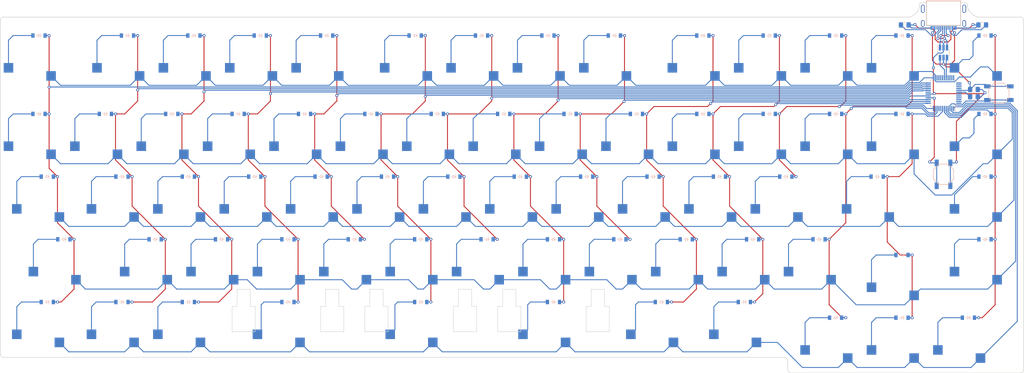
<source format=kicad_pcb>
(kicad_pcb (version 20221018) (generator pcbnew)
  (title_block (title "crimes") (rev "v1.0.0") (company "Unknown"))
  (layers (0 "F.Cu" signal) (31 "B.Cu" signal) (34 "B.Paste" user) (35 "F.Paste" user) (36 "B.SilkS" user "B.Silkscreen") (37 "F.SilkS" user "F.Silkscreen") (38 "B.Mask" user) (39 "F.Mask" user) (44 "Edge.Cuts" user))
  (net 0 "")
  (net 1 "row5")
  (net 2 "row4")
  (net 3 "RST")
  (net 4 "row3")
  (net 5 "row2")
  (net 6 "col15")
  (net 7 "col14")
  (net 8 "P32")
  (net 9 "P33")
  (net 10 "col13")
  (net 11 "col12")
  (net 12 "col11")
  (net 13 "col10")
  (net 14 "col9")
  (net 15 "col8")
  (net 16 "BOOT")
  (net 17 "col7")
  (net 18 "GND")
  (net 19 "P41")
  (net 20 "col6")
  (net 21 "col5")
  (net 22 "col4")
  (net 23 "col3")
  (net 24 "col2")
  (net 25 "col1")
  (net 26 "row1")
  (net 27 "R26")
  (net 28 "P27")
  (net 29 "P55")
  (net 30 "P54")
  (net 31 "DPLUSOUT")
  (net 32 "DNEGOUT")
  (net 33 "P07")
  (net 34 "P06")
  (net 35 "P05")
  (net 36 "P04")
  (net 37 "P03")
  (net 38 "P02")
  (net 39 "R01")
  (net 40 "P00")
  (net 41 "VBUS")
  (net 42 "V33")
  (net 43 "P10")
  (net 44 "P11")
  (net 45 "P12")
  (net 46 "P13")
  (net 47 "P14")
  (net 48 "P15")
  (net 49 "DPLUSIN")
  (net 50 "DNEGIN")
  (net 51 "SBU2")
  (net 52 "CC1")
  (net 53 "SBU1")
  (net 54 "CC2")
  (net 55 "num_escape")
  (net 56 "num_one")
  (net 57 "num_two")
  (net 58 "num_three")
  (net 59 "num_four")
  (net 60 "num_five")
  (net 61 "num_six")
  (net 62 "num_seven")
  (net 63 "num_eight")
  (net 64 "num_nine")
  (net 65 "num_zero")
  (net 66 "num_dash")
  (net 67 "num_equals")
  (net 68 "num_backspace")
  (net 69 "top_escape")
  (net 70 "top_one")
  (net 71 "top_two")
  (net 72 "top_three")
  (net 73 "top_four")
  (net 74 "top_five")
  (net 75 "top_six")
  (net 76 "top_seven")
  (net 77 "top_eight")
  (net 78 "top_nine")
  (net 79 "top_zero")
  (net 80 "top_dash")
  (net 81 "top_equals")
  (net 82 "top_backspace")
  (net 83 "top_special")
  (net 84 "home_one")
  (net 85 "home_two")
  (net 86 "home_three")
  (net 87 "home_four")
  (net 88 "home_five")
  (net 89 "home_six")
  (net 90 "home_seven")
  (net 91 "home_eight")
  (net 92 "home_nine")
  (net 93 "home_zero")
  (net 94 "home_dash")
  (net 95 "home_special")
  (net 96 "bottom_one")
  (net 97 "bottom_two")
  (net 98 "bottom_three")
  (net 99 "bottom_four")
  (net 100 "bottom_five")
  (net 101 "bottom_six")
  (net 102 "bottom_seven")
  (net 103 "bottom_eight")
  (net 104 "bottom_nine")
  (net 105 "bottom_zero")
  (net 106 "bottom_equals")
  (net 107 "bottom_backspace")
  (net 108 "bottom_special")
  (net 109 "mod_one")
  (net 110 "mod_two")
  (net 111 "mod_equals")
  (net 112 "mod_backspace")
  (net 113 "mod_special")
  (net 114 "home_escape")
  (net 115 "mod_escape")
  (net 116 "mod_nine")
  (net 117 "mod_zero")
  (net 118 "home_backspace")
  (net 119 "bottom_escape")
  (net 120 "mod_three")
  (net 121 "mod_five")
  (net 122 "mod_seven")
  (footprint "E73:SW_TACT_ALPS_SKQGABE010" (layer "F.Cu") (at 320.25 132.625 90)
    (fp_text reference "B1" hide)
    (fp_text value "" hide)
  )
  (footprint "PG1350" (layer "F.Cu") (at 75 121.25 180)
    (fp_text reference "S15" hide)
    (fp_text value "" hide)
  )
  (footprint "ComboDiode" (layer "F.Cu") (at 205.5 133.25 180)
    (fp_text reference "D37" hide)
    (fp_text value "" hide)
  )
  (footprint "PG1350" (layer "F.Cu") (at 133.5 138.25 180)
    (fp_text reference "S32" hide)
    (fp_text value "" hide)
  )
  (footprint "PG1350" (layer "F.Cu") (at 302.25 138.25 180)
    (fp_text reference "S64" hide)
    (fp_text value "" hide)
  )
  (footprint "PG1350" (layer "F.Cu") (at 331.5 155.25 180)
    (fp_text reference "S54" hide)
    (fp_text value "" hide)
  )
  (footprint "PG1350" (layer "F.Cu") (at 268.5 155.25 180)
    (fp_text reference "S51" hide)
    (fp_text value "" hide)
  )
  (footprint "ComboDiode" (layer "F.Cu") (at 219 116.25 180)
    (fp_text reference "D23" hide)
    (fp_text value "" hide)
  )
  (footprint "PG1350" (layer "F.Cu") (at 97.5 138.25 180)
    (fp_text reference "S30" hide)
    (fp_text value "" hide)
  )
  (footprint "PG1350" (layer "F.Cu") (at 165 121.25 180)
    (fp_text reference "S20" hide)
    (fp_text value "" hide)
  )
  (footprint "PG1350" (layer "F.Cu") (at 237 121.25 180)
    (fp_text reference "S24" hide)
    (fp_text value "" hide)
  )
  (footprint "PG1350" (layer "F.Cu") (at 195 100 180)
    (fp_text reference "S7" hide)
    (fp_text value "" hide)
  )
  (footprint "ComboDiode" (layer "F.Cu") (at 213 95 180)
    (fp_text reference "D8" hide)
    (fp_text value "" hide)
  )
  (footprint "PG1350" (layer "F.Cu") (at 77.25 138.25 180)
    (fp_text reference "S60" hide)
    (fp_text value "" hide)
  )
  (footprint "PG1350" (layer "F.Cu") (at 291 100 180)
    (fp_text reference "S12" hide)
    (fp_text value "" hide)
  )
  (footprint "ComboDiode" (layer "F.Cu") (at 169.5 133.25 180)
    (fp_text reference "D35" hide)
    (fp_text value "" hide)
  )
  (footprint "PG1350" (layer "F.Cu") (at 177 100 180)
    (fp_text reference "S6" hide)
    (fp_text value "" hide)
  )
  (footprint "Choc-2u-cutout" (layer "F.Cu") (at 178.5 172.25)
    (fp_text reference "")
    (fp_text value "")
    (fp_line (start -15.15 -3.8) (end -13.8 -3.8) (stroke (width 0.12)) (layer "Edge.Cuts"))
    (fp_line (start -15.15 3.05) (end -15.15 -3.8) (stroke (width 0.12)) (layer "Edge.Cuts"))
    (fp_line (start -15.15 3.05) (end -8.85 3.05) (stroke (width 0.12)) (layer "Edge.Cuts"))
    (fp_line (start -13.8 -8.45) (end -13.8 -3.8) (stroke (width 0.12)) (layer "Edge.Cuts"))
    (fp_line (start -13.8 -8.45) (end -10.2 -8.45) (stroke (width 0.12)) (layer "Edge.Cuts"))
    (fp_line (start -10.2 -8.45) (end -10.2 -3.8) (stroke (width 0.12)) (layer "Edge.Cuts"))
    (fp_line (start -10.2 -3.8) (end -8.85 -3.8) (stroke (width 0.12)) (layer "Edge.Cuts"))
    (fp_line (start -8.85 3.05) (end -8.85 -3.8) (stroke (width 0.12)) (layer "Edge.Cuts"))
    (fp_line (start 8.85 -3.8) (end 10.2 -3.8) (stroke (width 0.12)) (layer "Edge.Cuts"))
    (fp_line (start 8.85 3.05) (end 8.85 -3.8) (stroke (width 0.12)) (layer "Edge.Cuts"))
    (fp_line (start 8.85 3.05) (end 15.15 3.05) (stroke (width 0.12)) (layer "Edge.Cuts"))
    (fp_line (start 10.2 -8.45) (end 10.2 -3.8) (stroke (width 0.12)) (layer "Edge.Cuts"))
    (fp_line (start 10.2 -8.45) (end 13.8 -8.45) (stroke (width 0.12)) (layer "Edge.Cuts"))
    (fp_line (start 13.8 -8.45) (end 13.8 -3.8) (stroke (width 0.12)) (layer "Edge.Cuts"))
    (fp_line (start 13.8 -3.8) (end 15.15 -3.8) (stroke (width 0.12)) (layer "Edge.Cuts"))
    (fp_line (start 15.15 3.05) (end 15.15 -3.8) (stroke (width 0.12)) (layer "Edge.Cuts"))
  )
  (footprint "ComboDiode" (layer "F.Cu") (at 291 171.5 180)
    (fp_text reference "D66" hide)
    (fp_text value "" hide)
  )
  (footprint "PG1350" (layer "F.Cu") (at 309 100 180)
    (fp_text reference "S13" hide)
    (fp_text value "" hide)
  )
  (footprint "PG1350" (layer "F.Cu") (at 309 159.5 180)
    (fp_text reference "S53" hide)
    (fp_text value "" hide)
  )
  (footprint "ComboDiode" (layer "F.Cu") (at 196.5 150.25 180)
    (fp_text reference "D50" hide)
    (fp_text value "" hide)
  )
  (footprint "ComboDiode" (layer "F.Cu") (at 135 95 180)
    (fp_text reference "D4" hide)
    (fp_text value "" hide)
  )
  (footprint "ComboDiode" (layer "F.Cu") (at 75 95 180)
    (fp_text reference "D1" hide)
    (fp_text value "" hide)
  )
  (footprint "ComboDiode" (layer "F.Cu") (at 177 95 180)
    (fp_text reference "D6" hide)
    (fp_text value "" hide)
  )
  (footprint "PG1350" (layer "F.Cu") (at 331.5 100 180)
    (fp_text reference "S14" hide)
    (fp_text value "" hide)
  )
  (footprint "PG1350" (layer "F.Cu") (at 201 121.25 180)
    (fp_text reference "S22" hide)
    (fp_text value "" hide)
  )
  (footprint "ComboDiode" (layer "F.Cu") (at 165 116.25 180)
    (fp_text reference "D20" hide)
    (fp_text value "" hide)
  )
  (footprint "PG1350" (layer "F.Cu") (at 250.5 155.25 180)
    (fp_text reference "S50" hide)
    (fp_text value "" hide)
  )
  (footprint "ComboDiode" (layer "F.Cu") (at 178.5 150.25 180)
    (fp_text reference "D49" hide)
    (fp_text value "" hide)
  )
  (footprint "ComboDiode" (layer "F.Cu") (at 106.5 150.25 180)
    (fp_text reference "D45" hide)
    (fp_text value "" hide)
  )
  (footprint "ComboDiode" (layer "F.Cu") (at 243.75 167.25 180)
    (fp_text reference "D64" hide)
    (fp_text value "" hide)
  )
  (footprint "ComboDiode" (layer "F.Cu") (at 124.5 150.25 180)
    (fp_text reference "D46" hide)
    (fp_text value "" hide)
  )
  (footprint "ComboDiode" (layer "F.Cu") (at 214.5 150.25 180)
    (fp_text reference "D51" hide)
    (fp_text value "" hide)
  )
  (footprint "PG1350" (layer "F.Cu") (at 111 121.25 180)
    (fp_text reference "S17" hide)
    (fp_text value "" hide)
  )
  (footprint "ComboDiode" (layer "F.Cu") (at 232.5 150.25 180)
    (fp_text reference "D52" hide)
    (fp_text value "" hide)
  )
  (footprint "ComboDiode" (layer "F.Cu") (at 77.25 167.25 180)
    (fp_text reference "D58" hide)
    (fp_text value "" hide)
  )
  (footprint "PG1350" (layer "F.Cu") (at 309 176.5 180)
    (fp_text reference "S58" hide)
    (fp_text value "" hide)
  )
  (footprint "PG1350" (layer "F.Cu") (at 81.75 155.25 180)
    (fp_text reference "S65" hide)
    (fp_text value "" hide)
  )
  (footprint "PG1350" (layer "F.Cu") (at 205.5 138.25 180)
    (fp_text reference "S36" hide)
    (fp_text value "" hide)
  )
  (footprint "ComboDiode" (layer "F.Cu") (at 273 116.25 180)
    (fp_text reference "D26" hide)
    (fp_text value "" hide)
  )
  (footprint "PG1350" (layer "F.Cu") (at 117 100 180)
    (fp_text reference "S3" hide)
    (fp_text value "" hide)
  )
  (footprint "PG1350" (layer "F.Cu") (at 259.5 138.25 180)
    (fp_text reference "S39" hide)
    (fp_text value "" hide)
  )
  (footprint "PG1350" (layer "F.Cu") (at 99 100 180)
    (fp_text reference "S2" hide)
    (fp_text value "" hide)
  )
  (footprint "ComboDiode" (layer "F.Cu") (at 214.5 167.25 180)
    (fp_text reference "D63" hide)
    (fp_text value "" hide)
  )
  (footprint "ComboDiode" (layer "F.Cu") (at 111 116.25 180)
    (fp_text reference "D17" hide)
    (fp_text value "" hide)
  )
  (footprint "ComboDiode" (layer "F.Cu") (at 151.5 133.25 180)
    (fp_text reference "D34" hide)
    (fp_text value "" hide)
  )
  (footprint "ComboDiode" (layer "F.Cu") (at 201 116.25 180)
    (fp_text reference "D22" hide)
    (fp_text value "" hide)
  )
  (footprint "ComboDiode" (layer "F.Cu") (at 195 95 180)
    (fp_text reference "D7" hide)
    (fp_text value "" hide)
  )
  (footprint "ComboDiode" (layer "F.Cu") (at 331.5 116.25 180)
    (fp_text reference "D29" hide)
    (fp_text value "" hide)
  )
  (footprint "ComboDiode" (layer "F.Cu") (at 255 116.25 180)
    (fp_text reference "D25" hide)
    (fp_text value "" hide)
  )
  (footprint "PG1350" (layer "F.Cu") (at 169.5 138.25 180)
    (fp_text reference "S34" hide)
    (fp_text value "" hide)
  )
  (footprint "Choc-2u-cutout" (layer "F.Cu") (at 142.5 172.25)
    (fp_text reference "")
    (fp_text value "")
    (fp_line (start -15.15 -3.8) (end -13.8 -3.8) (stroke (width 0.12)) (layer "Edge.Cuts"))
    (fp_line (start -15.15 3.05) (end -15.15 -3.8) (stroke (width 0.12)) (layer "Edge.Cuts"))
    (fp_line (start -15.15 3.05) (end -8.85 3.05) (stroke (width 0.12)) (layer "Edge.Cuts"))
    (fp_line (start -13.8 -8.45) (end -13.8 -3.8) (stroke (width 0.12)) (layer "Edge.Cuts"))
    (fp_line (start -13.8 -8.45) (end -10.2 -8.45) (stroke (width 0.12)) (layer "Edge.Cuts"))
    (fp_line (start -10.2 -8.45) (end -10.2 -3.8) (stroke (width 0.12)) (layer "Edge.Cuts"))
    (fp_line (start -10.2 -3.8) (end -8.85 -3.8) (stroke (width 0.12)) (layer "Edge.Cuts"))
    (fp_line (start -8.85 3.05) (end -8.85 -3.8) (stroke (width 0.12)) (layer "Edge.Cuts"))
    (fp_line (start 8.85 -3.8) (end 10.2 -3.8) (stroke (width 0.12)) (layer "Edge.Cuts"))
    (fp_line (start 8.85 3.05) (end 8.85 -3.8) (stroke (width 0.12)) (layer "Edge.Cuts"))
    (fp_line (start 8.85 3.05) (end 15.15 3.05) (stroke (width 0.12)) (layer "Edge.Cuts"))
    (fp_line (start 10.2 -8.45) (end 10.2 -3.8) (stroke (width 0.12)) (layer "Edge.Cuts"))
    (fp_line (start 10.2 -8.45) (end 13.8 -8.45) (stroke (width 0.12)) (layer "Edge.Cuts"))
    (fp_line (start 13.8 -8.45) (end 13.8 -3.8) (stroke (width 0.12)) (layer "Edge.Cuts"))
    (fp_line (start 13.8 -3.8) (end 15.15 -3.8) (stroke (width 0.12)) (layer "Edge.Cuts"))
    (fp_line (start 15.15 3.05) (end 15.15 -3.8) (stroke (width 0.12)) (layer "Edge.Cuts"))
  )
  (footprint "PG1350" (layer "F.Cu") (at 178.5 155.25 180)
    (fp_text reference "S46" hide)
    (fp_text value "" hide)
  )
  (footprint "ComboDiode" (layer "F.Cu") (at 291 116.25 180)
    (fp_text reference "D27" hide)
    (fp_text value "" hide)
  )
  (footprint "ComboDiode" (layer "F.Cu") (at 309 154.5 180)
    (fp_text reference "D56" hide)
    (fp_text value "" hide)
  )
  (footprint "PG1350" (layer "F.Cu") (at 231 100 180)
    (fp_text reference "S9" hide)
    (fp_text value "" hide)
  )
  (footprint "PG1350" (layer "F.Cu") (at 135 100 180)
    (fp_text reference "S4" hide)
    (fp_text value "" hide)
  )
  (footprint "ComboDiode" (layer "F.Cu") (at 291 95 180)
    (fp_text reference "D12" hide)
    (fp_text value "" hide)
  )
  (footprint "E73:SW_TACT_ALPS_SKQGABE010" (layer "F.Cu") (at 335.25 110.625 180)
    (fp_text reference "B2" hide)
    (fp_text value "" hide)
  )
  (footprint "PG1350" (layer "F.Cu") (at 223.5 138.25 180)
    (fp_text reference "S37" hide)
    (fp_text value "" hide)
  )
  (footprint "ComboDiode" (layer "F.Cu") (at 142.5 150.25 180)
    (fp_text reference "D47" hide)
    (fp_text value "" hide)
  )
  (footprint "ComboDiode" (layer "F.Cu") (at 302.25 133.25 180)
    (fp_text reference "D42" hide)
    (fp_text value "" hide)
  )
  (footprint "ComboDiode" (layer "F.Cu") (at 160.5 150.25 180)
    (fp_text reference "D48" hide)
    (fp_text value "" hide)
  )
  (footprint "ComboDiode" (layer "F.Cu") (at 273 95 180)
    (fp_text reference "D11" hide)
    (fp_text value "" hide)
  )
  (footprint "PG1350" (layer "F.Cu") (at 75 100 180)
    (fp_text reference "S1" hide)
    (fp_text value "" hide)
  )
  (footprint "PG1350" (layer "F.Cu") (at 115.5 138.25 180)
    (fp_text reference "S31" hide)
    (fp_text value "" hide)
  )
  (footprint "PG1350" (layer "F.Cu") (at 213 100 180)
    (fp_text reference "S8" hide)
    (fp_text value "" hide)
  )
  (footprint "PG1350" (layer "F.Cu") (at 178.5 172.25 180)
    (fp_text reference "S67" hide)
    (fp_text value "" hide)
  )
  (footprint "ComboDiode" (layer "F.Cu") (at 231 95 180)
    (fp_text reference "D9" hide)
    (fp_text value "" hide)
  )
  (footprint "PG1350" (layer "F.Cu") (at 93 121.25 180)
    (fp_text reference "S16" hide)
    (fp_text value "" hide)
  )
  (footprint "PG1350" (layer "F.Cu") (at 243.75 172.25 180)
    (fp_text reference "S62" hide)
    (fp_text value "" hide)
  )
  (footprint "ComboDiode" (layer "F.Cu") (at 129 116.25 180)
    (fp_text reference "D18" hide)
    (fp_text value "" hide)
  )
  (footprint "PG1350" (layer "F.Cu") (at 232.5 155.25 180)
    (fp_text reference "S49" hide)
    (fp_text value "" hide)
  )
  (footprint "PG1350" (layer "F.Cu") (at 291 176.5 180)
    (fp_text reference "S57" hide)
    (fp_text value "" hide)
  )
  (footprint "PG1350" (layer "F.Cu") (at 196.5 155.25 180)
    (fp_text reference "S47" hide)
    (fp_text value "" hide)
  )
  (footprint "ComboDiode" (layer "F.Cu") (at 115.5 167.25 180)
    (fp_text reference "D60" hide)
    (fp_text value "" hide)
  )
  (footprint "PG1350" (layer "F.Cu") (at 331.5 121.25 180)
    (fp_text reference "S29" hide)
    (fp_text value "" hide)
  )
  (footprint "PG1350" (layer "F.Cu") (at 187.5 138.25 180)
    (fp_text reference "S35" hide)
    (fp_text value "" hide)
  )
  (footprint "ComboDiode" (layer "F.Cu") (at 117 95 180)
    (fp_text reference "D3" hide)
    (fp_text value "" hide)
  )
  (footprint "ComboDiode" (layer "F.Cu") (at 268.5 150.25 180)
    (fp_text reference "D54" hide)
    (fp_text value "" hide)
  )
  (footprint "ComboDiode" (layer "F.Cu") (at 327 171.5 180)
    (fp_text reference "D68" hide)
    (fp_text value "" hide)
  )
  (footprint "ComboDiode" (layer "F.Cu") (at 277.5 133.25 180)
    (fp_text reference "D41" hide)
    (fp_text value "" hide)
  )
  (footprint "PG1350" (layer "F.Cu") (at 277.5 138.25 180)
    (fp_text reference "S40" hide)
    (fp_text value "" hide)
  )
  (footprint "ComboDiode" (layer "F.Cu") (at 133.5 133.25 180)
    (fp_text reference "D33" hide)
    (fp_text value "" hide)
  )
  (footprint "ComboDiode" (layer "F.Cu") (at 93 116.25 180)
    (fp_text reference "D16" hide)
    (fp_text value "" hide)
  )
  (footprint "ComboDiode" (layer "F.Cu") (at 331.5 133.25 180)
    (fp_text reference "D43" hide)
    (fp_text value "" hide)
  )
  (footprint "PG1350" (layer "F.Cu") (at 273 100 180)
    (fp_text reference "S11" hide)
    (fp_text value "" hide)
  )
  (footprint "ComboDiode" (layer "F.Cu") (at 178.5 167.25 180)
    (fp_text reference "D62" hide)
    (fp_text value "" hide)
  )
  (footprint "ComboDiode" (layer "F.Cu") (at 309 116.25 180)
    (fp_text reference "D28" hide)
    (fp_text value "" hide)
  )
  (footprint "PG1350" (layer "F.Cu") (at 291 121.25 180)
    (fp_text reference "S27" hide)
    (fp_text value "" hide)
  )
  (footprint "PG1350" (layer "F.Cu") (at 255 121.25 180)
    (fp_text reference "S25" hide)
    (fp_text value "" hide)
  )
  (footprint "PG1350" (layer "F.Cu") (at 219 121.25 180)
    (fp_text reference "S23" hide)
    (fp_text value "" hide)
  )
  (footprint "ComboDiode" (layer "F.Cu") (at 81.75 150.25 180)
    (fp_text reference "D44" hide)
    (fp_text value "" hide)
  )
  (footprint "ComboDiode" (layer "F.Cu") (at 266.25 167.25 180)
    (fp_text reference "D65" hide)
    (fp_text value "" hide)
  )
  (footprint "ComboDiode" (layer "F.Cu") (at 147 116.25 180)
    (fp_text reference "D19" hide)
    (fp_text value "" hide)
  )
  (footprint "PG1350" (layer "F.Cu") (at 309 121.25 180)
    (fp_text reference "S28" hide)
    (fp_text value "" hide)
  )
  (footprint "PG1350" (layer "F.Cu") (at 97.5 172.25 180)
    (fp_text reference "S55" hide)
    (fp_text value "" hide)
  )
  (footprint "ComboDiode" (layer "F.Cu") (at 115.5 133.25 180)
    (fp_text reference "D32" hide)
    (fp_text value "" hide)
  )
  (footprint "ComboDiode" (layer "F.Cu") (at 331.5 150.25 180)
    (fp_text reference "D57" hide)
    (fp_text value "" hide)
  )
  (footprint "ComboDiode" (layer "F.Cu") (at 77.25 133.25 180)
    (fp_text reference "D30" hide)
    (fp_text value "" hide)
  )
  (footprint "ComboDiode" (layer "F.Cu") (at 241.5 133.25 180)
    (fp_text reference "D39" hide)
    (fp_text value "" hide)
  )
  (footprint "PG1350" (layer "F.Cu") (at 142.5 155.25 180)
    (fp_text reference "S44" hide)
    (fp_text value "" hide)
  )
  (footprint "ComboDiode" (layer "F.Cu") (at 255 95 180)
    (fp_text reference "D10" hide)
    (fp_text value "" hide)
  )
  (footprint "PG1350" (layer "F.Cu") (at 151.5 138.25 180)
    (fp_text reference "S33" hide)
    (fp_text value "" hide)
  )
  (footprint "ComboDiode" (layer "F.Cu") (at 99 95 180)
    (fp_text reference "D2" hide)
    (fp_text value "" hide)
  )
  (footprint "ComboDiode" (layer "F.Cu") (at 183 116.25 180)
    (fp_text reference "D21" hide)
    (fp_text value "" hide)
  )
  (footprint "ComboDiode" (layer "F.Cu") (at 187.5 133.25 180)
    (fp_text reference "D36" hide)
    (fp_text value "" hide)
  )
  (footprint "PG1350" (layer "F.Cu") (at 129 121.25 180)
    (fp_text reference "S18" hide)
    (fp_text value "" hide)
  )
  (footprint "PG1350" (layer "F.Cu") (at 77.25 172.25 180)
    (fp_text reference "S61" hide)
    (fp_text value "" hide)
  )
  (footprint "PG1350" (layer "F.Cu") (at 147 121.25 180)
    (fp_text reference "S19" hide)
    (fp_text value "" hide)
  )
  (footprint "PG1350" (layer "F.Cu") (at 160.5 155.25 180)
    (fp_text reference "S45" hide)
    (fp_text value "" hide)
  )
  (footprint "Choc-2u-cutout" (layer "F.Cu") (at 214.5 172.25)
    (fp_text reference "")
    (fp_text value "")
    (fp_line (start -15.15 -3.8) (end -13.8 -3.8) (stroke (width 0.12)) (layer "Edge.Cuts"))
    (fp_line (start -15.15 3.05) (end -15.15 -3.8) (stroke (width 0.12)) (layer "Edge.Cuts"))
    (fp_line (start -15.15 3.05) (end -8.85 3.05) (stroke (width 0.12)) (layer "Edge.Cuts"))
    (fp_line (start -13.8 -8.45) (end -13.8 -3.8) (stroke (width 0.12)) (layer "Edge.Cuts"))
    (fp_line (start -13.8 -8.45) (end -10.2 -8.45) (stroke (width 0.12)) (layer "Edge.Cuts"))
    (fp_line (start -10.2 -8.45) (end -10.2 -3.8) (stroke (width 0.12)) (layer "Edge.Cuts"))
    (fp_line (start -10.2 -3.8) (end -8.85 -3.8) (stroke (width 0.12)) (layer "Edge.Cuts"))
    (fp_line (start -8.85 3.05) (end -8.85 -3.8) (stroke (width 0.12)) (layer "Edge.Cuts"))
    (fp_line (start 8.85 -3.8) (end 10.2 -3.8) (stroke (width 0.12)) (layer "Edge.Cuts"))
    (fp_line (start 8.85 3.05) (end 8.85 -3.8) (stroke (width 0.12)) (layer "Edge.Cuts"))
    (fp_line (start 8.85 3.05) (end 15.15 3.05) (stroke (width 0.12)) (layer "Edge.Cuts"))
    (fp_line (start 10.2 -8.45) (end 10.2 -3.8) (stroke (width 0.12)) (layer "Edge.Cuts"))
    (fp_line (start 10.2 -8.45) (end 13.8 -8.45) (stroke (width 0.12)) (layer "Edge.Cuts"))
    (fp_line (start 13.8 -8.45) (end 13.8 -3.8) (stroke (width 0.12)) (layer "Edge.Cuts"))
    (fp_line (start 13.8 -3.8) (end 15.15 -3.8) (stroke (width 0.12)) (layer "Edge.Cuts"))
    (fp_line (start 15.15 3.05) (end 15.15 -3.8) (stroke (width 0.12)) (layer "Edge.Cuts"))
  )
  (footprint "PG1350" (layer "F.Cu") (at 255 100 180)
    (fp_text reference "S10" hide)
    (fp_text value "" hide)
  )
  (footprint "ComboDiode" (layer "F.Cu") (at 309 171.5 180)
    (fp_text reference "D67" hide)
    (fp_text value "" hide)
  )
  (footprint "ComboDiode" (layer "F.Cu") (at 153 95 180)
    (fp_text reference "D5" hide)
    (fp_text value "" hide)
  )
  (footprint "ComboDiode" (layer "F.Cu") (at 259.5 133.25 180)
    (fp_text reference "D40" hide)
    (fp_text value "" hide)
  )
  (footprint "PG1350" (layer "F.Cu") (at 331.5 138.25 180)
    (fp_text reference "S41" hide)
    (fp_text value "" hide)
  )
  (footprint "ComboDiode" (layer "F.Cu") (at 97.5 133.25 180)
    (fp_text reference "D31" hide)
    (fp_text value "" hide)
  )
  (footprint "PG1350" (layer "F.Cu") (at 153 100 180)
    (fp_text reference "S5" hide)
    (fp_text value "" hide)
  )
  (footprint "PG1350" (layer "F.Cu") (at 142.5 172.25 180)
    (fp_text reference "S66" hide)
    (fp_text value "" hide)
  )
  (footprint "PG1350" (layer "F.Cu") (at 286.5 155.25 180)
    (fp_text reference "S52" hide)
    (fp_text value "" hide)
  )
  (footprint "ComboDiode" (layer "F.Cu") (at 286.5 150.25 180)
    (fp_text reference "D55" hide)
    (fp_text value "" hide)
  )
  (footprint "PG1350" (layer "F.Cu") (at 183 121.25 180)
    (fp_text reference "S21" hide)
    (fp_text value "" hide)
  )
  (footprint "ComboDiode" (layer "F.Cu") (at 75 116.25 180)
    (fp_text reference "D15" hide)
    (fp_text value "" hide)
  )
  (footprint "ComboDiode" (layer "F.Cu") (at 309 95 180)
    (fp_text reference "D13" hide)
    (fp_text value "" hide)
  )
  (footprint "ComboDiode" (layer "F.Cu") (at 237 116.25 180)
    (fp_text reference "D24" hide)
    (fp_text value "" hide)
  )
  (footprint "ComboDiode" (layer "F.Cu") (at 250.5 150.25 180)
    (fp_text reference "D53" hide)
    (fp_text value "" hide)
  )
  (footprint "PG1350" (layer "F.Cu") (at 115.5 172.25 180)
    (fp_text reference "S56" hide)
    (fp_text value "" hide)
  )
  (footprint "PG1350" (layer "F.Cu") (at 214.5 172.25 180)
    (fp_text reference "S68" hide)
    (fp_text value "" hide)
  )
  (footprint "ComboDiode" (layer "F.Cu") (at 97.5 167.25 180)
    (fp_text reference "D59" hide)
    (fp_text value "" hide)
  )
  (footprint "ComboDiode" (layer "F.Cu") (at 331.5 95 180)
    (fp_text reference "D14" hide)
    (fp_text value "" hide)
  )
  (footprint "PG1350" (layer "F.Cu") (at 266.25 172.25 180)
    (fp_text reference "S63" hide)
    (fp_text value "" hide)
  )
  (footprint "PG1350" (layer "F.Cu") (at 214.5 155.25 180)
    (fp_text reference "S48" hide)
    (fp_text value "" hide)
  )
  (footprint "PG1350" (layer "F.Cu") (at 273 121.25 180)
    (fp_text reference "S26" hide)
    (fp_text value "" hide)
  )
  (footprint "ComboDiode" (layer "F.Cu") (at 223.5 133.25 180)
    (fp_text reference "D38" hide)
    (fp_text value "" hide)
  )
  (footprint "ComboDiode" (layer "F.Cu") (at 142.5 167.25 180)
    (fp_text reference "D61" hide)
    (fp_text value "" hide)
  )
  (footprint "PG1350" (layer "F.Cu") (at 124.5 155.25 180)
    (fp_text reference "S43" hide)
    (fp_text value "" hide)
  )
  (footprint "PG1350" (layer "F.Cu") (at 327 176.5 180)
    (fp_text reference "S59" hide)
    (fp_text value "" hide)
  )
  (footprint "PG1350" (layer "F.Cu") (at 241.5 138.25 180)
    (fp_text reference "S38" hide)
    (fp_text value "" hide)
  )
  (footprint "PG1350" (layer "F.Cu") (at 106.5 155.25 180)
    (fp_text reference "S42" hide)
    (fp_text value "" hide)
  )
  (footprint "C_0805_2012Metric_Pad1.18x1.45mm_HandSolder" (layer "B.Cu") (at 328.5 111.625 180)
    (fp_text reference "")
    (fp_text value "")
  )
  (footprint "USB-C-12-Pin-MidMount" (layer "B.Cu") (at 320.25 85.625)
    (fp_text reference "")
    (fp_text value "")
  )
  (footprint "C_0805_2012Metric_Pad1.18x1.45mm_HandSolder" (layer "B.Cu") (at 328.5 109.625 180)
    (fp_text reference "")
    (fp_text value "")
  )
  (footprint "C_0805_2012Metric_Pad1.18x1.45mm_HandSolder" (layer "B.Cu") (at 309.75 92.125 180)
    (fp_text reference "")
    (fp_text value "")
  )
  (footprint "LQFP-48_7x7mm_P0.5mm" (layer "B.Cu") (at 320.25 110.625 -90)
    (fp_text reference "MCU1" hide)
    (fp_text value "" hide)
  )
  (footprint "SOT-23-6_Handsoldering" (layer "B.Cu") (at 320.25 99.625 90)
    (fp_text reference "")
    (fp_text value "")
  )
  (footprint "C_0805_2012Metric_Pad1.18x1.45mm_HandSolder" (layer "B.Cu") (at 330.75 92.125)
    (fp_text reference "")
    (fp_text value "")
  )
  (gr_arc (start 341 90) (mid 341.707107 90.292893) (end 342 91) (stroke (width 0.15)) (layer "Edge.Cuts"))
  (gr_arc (start 326.25 86.125) (mid 326.603553 86.271447) (end 326.75 86.625) (stroke (width 0.15)) (layer "Edge.Cuts"))
  (gr_line (start 315.61 86.125) (end 314.25 86.125) (stroke (width 0.15)) (layer "Edge.Cuts"))
  (gr_line (start 324.89 92.285) (end 324.89 86.125) (stroke (width 0.15)) (layer "Edge.Cuts"))
  (gr_line (start 315.61 92.285) (end 324.89 92.285) (stroke (width 0.15)) (layer "Edge.Cuts"))
  (gr_line (start 342 91) (end 342 185.5) (stroke (width 0.15)) (layer "Edge.Cuts"))
  (gr_line (start 277 182.25) (end 65.5 182.25) (stroke (width 0.15)) (layer "Edge.Cuts"))
  (gr_line (start 329.6 90) (end 329.6 89.997983) (stroke (width 0.15)) (layer "Edge.Cuts"))
  (gr_line (start 326.75 87.210127) (end 326.75 86.625) (stroke (width 0.15)) (layer "Edge.Cuts"))
  (gr_arc (start 329.6 89.997983) (mid 327.802919 88.98443) (end 326.75 87.210127) (stroke (width 0.15)) (layer "Edge.Cuts"))
  (gr_arc (start 64.5 91) (mid 64.792893 90.292893) (end 65.5 90) (stroke (width 0.15)) (layer "Edge.Cuts"))
  (gr_arc (start 65.5 182.25) (mid 64.792893 181.957107) (end 64.5 181.25) (stroke (width 0.15)) (layer "Edge.Cuts"))
  (gr_line (start 65.5 90) (end 310.9 90) (stroke (width 0.15)) (layer "Edge.Cuts"))
  (gr_arc (start 313.75 87.210127) (mid 312.697081 88.98443) (end 310.9 89.997983) (stroke (width 0.15)) (layer "Edge.Cuts"))
  (gr_line (start 329.6 90) (end 341 90) (stroke (width 0.15)) (layer "Edge.Cuts"))
  (gr_line (start 341 186.5) (end 279 186.5) (stroke (width 0.15)) (layer "Edge.Cuts"))
  (gr_arc (start 279 186.5) (mid 278.292893 186.207107) (end 278 185.5) (stroke (width 0.15)) (layer "Edge.Cuts"))
  (gr_arc (start 313.75 86.625) (mid 313.896447 86.271447) (end 314.25 86.125) (stroke (width 0.15)) (layer "Edge.Cuts"))
  (gr_line (start 326.25 86.125) (end 324.89 86.125) (stroke (width 0.15)) (layer "Edge.Cuts"))
  (gr_arc (start 277 182.25) (mid 277.707107 182.542893) (end 278 183.25) (stroke (width 0.15)) (layer "Edge.Cuts"))
  (gr_line (start 64.5 181.25) (end 64.5 91) (stroke (width 0.15)) (layer "Edge.Cuts"))
  (gr_line (start 315.61 86.125) (end 315.61 92.285) (stroke (width 0.15)) (layer "Edge.Cuts"))
  (gr_line (start 310.9 89.997983) (end 310.9 90) (stroke (width 0.15)) (layer "Edge.Cuts"))
  (gr_arc (start 342 185.5) (mid 341.707107 186.207107) (end 341 186.5) (stroke (width 0.15)) (layer "Edge.Cuts"))
  (gr_line (start 278 185.5) (end 278 183.25) (stroke (width 0.15)) (layer "Edge.Cuts"))
  (gr_line (start 313.75 86.625) (end 313.75 87.210127) (stroke (width 0.15)) (layer "Edge.Cuts"))
  (segment (start 121.325 180.75) (end 143.225 180.75) (width 0.25) (layer "B.Cu") (net 1))
  (segment (start 217.775 178.2) (end 220.325 180.75) (width 0.25) (layer "B.Cu") (net 1))
  (segment (start 118.775 178.2) (end 121.325 180.75) (width 0.25) (layer "B.Cu") (net 1))
  (segment (start 291.725 185) (end 294.275 182.45) (width 0.25) (layer "B.Cu") (net 1))
  (segment (start 215.225 180.75) (end 217.775 178.2) (width 0.25) (layer "B.Cu") (net 1))
  (segment (start 266.975 180.75) (end 269.525 178.2) (width 0.25) (layer "B.Cu") (net 1))
  (segment (start 116.225 180.75) (end 118.775 178.2) (width 0.25) (layer "B.Cu") (net 1))
  (segment (start 220.325 180.75) (end 244.475 180.75) (width 0.25) (layer "B.Cu") (net 1))
  (segment (start 340.25 172.475) (end 340.25 115.35) (width 0.25) (layer "B.Cu") (net 1))
  (segment (start 269.525 178.2) (end 275.2 178.2) (width 0.25) (layer "B.Cu") (net 1))
  (segment (start 296.825 185) (end 309.725 185) (width 0.25) (layer "B.Cu") (net 1))
  (segment (start 143.225 180.75) (end 145.775 178.2) (width 0.25) (layer "B.Cu") (net 1))
  (segment (start 148.325 180.75) (end 179.225 180.75) (width 0.25) (layer "B.Cu") (net 1))
  (segment (start 98.225 180.75) (end 100.775 178.2) (width 0.25) (layer "B.Cu") (net 1))
  (segment (start 249.575 180.75) (end 266.975 180.75) (width 0.25) (layer "B.Cu") (net 1))
  (segment (start 275.2 178.2) (end 282 185) (width 0.25) (layer "B.Cu") (net 1))
  (segment (start 184.325 180.75) (end 215.225 180.75) (width 0.25) (layer "B.Cu") (net 1))
  (segment (start 145.775 178.2) (end 148.325 180.75) (width 0.25) (layer "B.Cu") (net 1))
  (segment (start 338.25 113.35) (end 326.37916 113.35) (width 0.25) (layer "B.Cu") (net 1))
  (segment (start 83.075 180.75) (end 98.225 180.75) (width 0.25) (layer "B.Cu") (net 1))
  (segment (start 330.275 182.45) (end 340.25 172.475) (width 0.25) (layer "B.Cu") (net 1))
  (segment (start 100.775 178.2) (end 103.325 180.75) (width 0.25) (layer "B.Cu") (net 1))
  (segment (start 247.025 178.2) (end 249.575 180.75) (width 0.25) (layer "B.Cu") (net 1))
  (segment (start 179.225 180.75) (end 181.775 178.2) (width 0.25) (layer "B.Cu") (net 1))
  (segment (start 327.725 185) (end 330.275 182.45) (width 0.25) (layer "B.Cu") (net 1))
  (segment (start 282 185) (end 291.725 185) (width 0.25) (layer "B.Cu") (net 1))
  (segment (start 326.37916 113.35) (end 325.42916 114.3) (width 0.25) (layer "B.Cu") (net 1))
  (segment (start 244.475 180.75) (end 247.025 178.2) (width 0.25) (layer "B.Cu") (net 1))
  (segment (start 294.275 182.45) (end 296.825 185) (width 0.25) (layer "B.Cu") (net 1))
  (segment (start 325.42916 114.3) (end 323.4875 114.3) (width 0.25) (layer "B.Cu") (net 1))
  (segment (start 80.525 178.2) (end 83.075 180.75) (width 0.25) (layer "B.Cu") (net 1))
  (segment (start 309.725 185) (end 312.275 182.45) (width 0.25) (layer "B.Cu") (net 1))
  (segment (start 340.25 115.35) (end 338.25 113.35) (width 0.25) (layer "B.Cu") (net 1))
  (segment (start 312.275 182.45) (end 314.825 185) (width 0.25) (layer "B.Cu") (net 1))
  (segment (start 103.325 180.75) (end 116.225 180.75) (width 0.25) (layer "B.Cu") (net 1))
  (segment (start 323.4875 114.3) (end 323 114.7875) (width 0.25) (layer "B.Cu") (net 1))
  (segment (start 181.775 178.2) (end 184.325 180.75) (width 0.25) (layer "B.Cu") (net 1))
  (segment (start 314.825 185) (end 327.725 185) (width 0.25) (layer "B.Cu") (net 1))
  (segment (start 309.725 168) (end 312.275 165.45) (width 0.25) (layer "B.Cu") (net 2))
  (segment (start 109.775 161.2) (end 112.325 163.75) (width 0.25) (layer "B.Cu") (net 2))
  (segment (start 322.757236 115.85) (end 324.515556 115.85) (width 0.25) (layer "B.Cu") (net 2))
  (segment (start 238.325 163.75) (end 251.225 163.75) (width 0.25) (layer "B.Cu") (net 2))
  (segment (start 161.225 163.75) (end 163.775 161.2) (width 0.25) (layer "B.Cu") (net 2))
  (segment (start 217.775 161.2) (end 228.95 161.2) (width 0.25) (layer "B.Cu") (net 2))
  (segment (start 112.325 163.75) (end 125.225 163.75) (width 0.25) (layer "B.Cu") (net 2))
  (segment (start 179.225 163.75) (end 181.775 161.2) (width 0.25) (layer "B.Cu") (net 2))
  (segment (start 163.775 161.2) (end 175.2 161.2) (width 0.25) (layer "B.Cu") (net 2))
  (segment (start 192.95 161.2) (end 195.5 163.75) (width 0.25) (layer "B.Cu") (net 2))
  (segment (start 231.5 163.75) (end 233.225 163.75) (width 0.25) (layer "B.Cu") (net 2))
  (segment (start 210.95 161.2) (end 213.5 163.75) (width 0.25) (layer "B.Cu") (net 2))
  (segment (start 322.5 115.592764) (end 322.757236 115.85) (width 0.25) (layer "B.Cu") (net 2))
  (segment (start 228.95 161.2) (end 231.5 163.75) (width 0.25) (layer "B.Cu") (net 2))
  (segment (start 313.975 163.75) (end 332.225 163.75) (width 0.25) (layer "B.Cu") (net 2))
  (segment (start 213.5 163.75) (end 215.225 163.75) (width 0.25) (layer "B.Cu") (net 2))
  (segment (start 177.75 163.75) (end 179.225 163.75) (width 0.25) (layer "B.Cu") (net 2))
  (segment (start 145.775 161.2) (end 157.2 161.2) (width 0.25) (layer "B.Cu") (net 2))
  (segment (start 287.225 163.75) (end 289.775 161.2) (width 0.25) (layer "B.Cu") (net 2))
  (segment (start 253.775 161.2) (end 256.325 163.75) (width 0.25) (layer "B.Cu") (net 2))
  (segment (start 312.275 165.45) (end 313.975 163.75) (width 0.25) (layer "B.Cu") (net 2))
  (segment (start 197.225 163.75) (end 199.775 161.2) (width 0.25) (layer "B.Cu") (net 2))
  (segment (start 326.565556 113.8) (end 338.063604 113.8) (width 0.25) (layer "B.Cu") (net 2))
  (segment (start 199.775 161.2) (end 210.95 161.2) (width 0.25) (layer "B.Cu") (net 2))
  (segment (start 296.575 168) (end 309.725 168) (width 0.25) (layer "B.Cu") (net 2))
  (segment (start 235.775 161.2) (end 238.325 163.75) (width 0.25) (layer "B.Cu") (net 2))
  (segment (start 338.063604 113.8) (end 339.8 115.536396) (width 0.25) (layer "B.Cu") (net 2))
  (segment (start 195.5 163.75) (end 197.225 163.75) (width 0.25) (layer "B.Cu") (net 2))
  (segment (start 322.5 114.7875) (end 322.5 115.592764) (width 0.25) (layer "B.Cu") (net 2))
  (segment (start 181.775 161.2) (end 192.95 161.2) (width 0.25) (layer "B.Cu") (net 2))
  (segment (start 233.225 163.75) (end 235.775 161.2) (width 0.25) (layer "B.Cu") (net 2))
  (segment (start 131.45 161.2) (end 134 163.75) (width 0.25) (layer "B.Cu") (net 2))
  (segment (start 157.2 161.2) (end 159.75 163.75) (width 0.25) (layer "B.Cu") (net 2))
  (segment (start 274.325 163.75) (end 287.225 163.75) (width 0.25) (layer "B.Cu") (net 2))
  (segment (start 332.225 163.75) (end 334.775 161.2) (width 0.25) (layer "B.Cu") (net 2))
  (segment (start 125.225 163.75) (end 127.775 161.2) (width 0.25) (layer "B.Cu") (net 2))
  (segment (start 134 163.75) (end 143.225 163.75) (width 0.25) (layer "B.Cu") (net 2))
  (segment (start 175.2 161.2) (end 177.75 163.75) (width 0.25) (layer "B.Cu") (net 2))
  (segment (start 256.325 163.75) (end 269.225 163.75) (width 0.25) (layer "B.Cu") (net 2))
  (segment (start 107.225 163.75) (end 109.775 161.2) (width 0.25) (layer "B.Cu") (net 2))
  (segment (start 127.775 161.2) (end 131.45 161.2) (width 0.25) (layer "B.Cu") (net 2))
  (segment (start 271.775 161.2) (end 274.325 163.75) (width 0.25) (layer "B.Cu") (net 2))
  (segment (start 85.025 161.2) (end 87.575 163.75) (width 0.25) (layer "B.Cu") (net 2))
  (segment (start 339.8 156.175) (end 334.775 161.2) (width 0.25) (layer "B.Cu") (net 2))
  (segment (start 324.515556 115.85) (end 326.565556 113.8) (width 0.25) (layer "B.Cu") (net 2))
  (segment (start 269.225 163.75) (end 271.775 161.2) (width 0.25) (layer "B.Cu") (net 2))
  (segment (start 215.225 163.75) (end 217.775 161.2) (width 0.25) (layer "B.Cu") (net 2))
  (segment (start 143.225 163.75) (end 145.775 161.2) (width 0.25) (layer "B.Cu") (net 2))
  (segment (start 159.75 163.75) (end 161.225 163.75) (width 0.25) (layer "B.Cu") (net 2))
  (segment (start 289.775 161.2) (end 296.575 168) (width 0.25) (layer "B.Cu") (net 2))
  (segment (start 339.8 115.536396) (end 339.8 156.175) (width 0.25) (layer "B.Cu") (net 2))
  (segment (start 87.575 163.75) (end 107.225 163.75) (width 0.25) (layer "B.Cu") (net 2))
  (segment (start 251.225 163.75) (end 253.775 161.2) (width 0.25) (layer "B.Cu") (net 2))
  (segment (start 322.482236 113.5) (end 323.232236 113.5) (width 0.25) (layer "B.Cu") (net 3))
  (segment (start 322 113.982236) (end 322.482236 113.5) (width 0.25) (layer "B.Cu") (net 3))
  (segment (start 323.582236 113.85) (end 325.242764 113.85) (width 0.25) (layer "B.Cu") (net 3))
  (segment (start 325.242764 113.85) (end 326.342764 112.75) (width 0.25) (layer "B.Cu") (net 3))
  (segment (start 331.875 112.75) (end 332.15 112.475) (width 0.25) (layer "B.Cu") (net 3))
  (segment (start 322 114.7875) (end 322 113.982236) (width 0.25) (layer "B.Cu") (net 3))
  (segment (start 326.342764 112.75) (end 331.875 112.75) (width 0.25) (layer "B.Cu") (net 3))
  (segment (start 332.15 112.475) (end 338.35 112.475) (width 0.25) (layer "B.Cu") (net 3))
  (segment (start 323.232236 113.5) (end 323.582236 113.85) (width 0.25) (layer "B.Cu") (net 3))
  (segment (start 337.877208 114.25) (end 339.35 115.722792) (width 0.25) (layer "B.Cu") (net 4))
  (segment (start 308.075 146.75) (end 332.225 146.75) (width 0.25) (layer "B.Cu") (net 4))
  (segment (start 305.525 144.2) (end 308.075 146.75) (width 0.25) (layer "B.Cu") (net 4))
  (segment (start 244.775 144.2) (end 247.325 146.75) (width 0.25) (layer "B.Cu") (net 4))
  (segment (start 302.975 146.75) (end 305.525 144.2) (width 0.25) (layer "B.Cu") (net 4))
  (segment (start 175.325 146.75) (end 188.225 146.75) (width 0.25) (layer "B.Cu") (net 4))
  (segment (start 121.325 146.75) (end 134.225 146.75) (width 0.25) (layer "B.Cu") (net 4))
  (segment (start 154.775 144.2) (end 157.325 146.75) (width 0.25) (layer "B.Cu") (net 4))
  (segment (start 188.225 146.75) (end 190.775 144.2) (width 0.25) (layer "B.Cu") (net 4))
  (segment (start 103.325 146.75) (end 116.225 146.75) (width 0.25) (layer "B.Cu") (net 4))
  (segment (start 226.775 144.2) (end 229.325 146.75) (width 0.25) (layer "B.Cu") (net 4))
  (segment (start 280.775 144.2) (end 283.325 146.75) (width 0.25) (layer "B.Cu") (net 4))
  (segment (start 206.225 146.75) (end 208.775 144.2) (width 0.25) (layer "B.Cu") (net 4))
  (segment (start 339.35 139.625) (end 334.775 144.2) (width 0.25) (layer "B.Cu") (net 4))
  (segment (start 152.225 146.75) (end 154.775 144.2) (width 0.25) (layer "B.Cu") (net 4))
  (segment (start 265.325 146.75) (end 278.225 146.75) (width 0.25) (layer "B.Cu") (net 4))
  (segment (start 193.325 146.75) (end 206.225 146.75) (width 0.25) (layer "B.Cu") (net 4))
  (segment (start 324.701952 116.3) (end 326.751952 114.25) (width 0.25) (layer "B.Cu") (net 4))
  (segment (start 229.325 146.75) (end 242.225 146.75) (width 0.25) (layer "B.Cu") (net 4))
  (segment (start 260.225 146.75) (end 262.775 144.2) (width 0.25) (layer "B.Cu") (net 4))
  (segment (start 321.5 114.7875) (end 321.5 115.592764) (width 0.25) (layer "B.Cu") (net 4))
  (segment (start 116.225 146.75) (end 118.775 144.2) (width 0.25) (layer "B.Cu") (net 4))
  (segment (start 136.775 144.2) (end 139.325 146.75) (width 0.25) (layer "B.Cu") (net 4))
  (segment (start 332.225 146.75) (end 334.775 144.2) (width 0.25) (layer "B.Cu") (net 4))
  (segment (start 242.225 146.75) (end 244.775 144.2) (width 0.25) (layer "B.Cu") (net 4))
  (segment (start 278.225 146.75) (end 280.775 144.2) (width 0.25) (layer "B.Cu") (net 4))
  (segment (start 118.775 144.2) (end 121.325 146.75) (width 0.25) (layer "B.Cu") (net 4))
  (segment (start 224.225 146.75) (end 226.775 144.2) (width 0.25) (layer "B.Cu") (net 4))
  (segment (start 134.225 146.75) (end 136.775 144.2) (width 0.25) (layer "B.Cu") (net 4))
  (segment (start 326.751952 114.25) (end 337.877208 114.25) (width 0.25) (layer "B.Cu") (net 4))
  (segment (start 283.325 146.75) (end 302.975 146.75) (width 0.25) (layer "B.Cu") (net 4))
  (segment (start 80.525 144.2) (end 83.075 146.75) (width 0.25) (layer "B.Cu") (net 4))
  (segment (start 98.225 146.75) (end 100.775 144.2) (width 0.25) (layer "B.Cu") (net 4))
  (segment (start 139.325 146.75) (end 152.225 146.75) (width 0.25) (layer "B.Cu") (net 4))
  (segment (start 157.325 146.75) (end 170.225 146.75) (width 0.25) (layer "B.Cu") (net 4))
  (segment (start 100.775 144.2) (end 103.325 146.75) (width 0.25) (layer "B.Cu") (net 4))
  (segment (start 170.225 146.75) (end 172.775 144.2) (width 0.25) (layer "B.Cu") (net 4))
  (segment (start 262.775 144.2) (end 265.325 146.75) (width 0.25) (layer "B.Cu") (net 4))
  (segment (start 208.775 144.2) (end 211.325 146.75) (width 0.25) (layer "B.Cu") (net 4))
  (segment (start 190.775 144.2) (end 193.325 146.75) (width 0.25) (layer "B.Cu") (net 4))
  (segment (start 172.775 144.2) (end 175.325 146.75) (width 0.25) (layer "B.Cu") (net 4))
  (segment (start 83.075 146.75) (end 98.225 146.75) (width 0.25) (layer "B.Cu") (net 4))
  (segment (start 339.35 115.722792) (end 339.35 139.625) (width 0.25) (layer "B.Cu") (net 4))
  (segment (start 321.5 115.592764) (end 322.207236 116.3) (width 0.25) (layer "B.Cu") (net 4))
  (segment (start 211.325 146.75) (end 224.225 146.75) (width 0.25) (layer "B.Cu") (net 4))
  (segment (start 247.325 146.75) (end 260.225 146.75) (width 0.25) (layer "B.Cu") (net 4))
  (segment (start 322.207236 116.3) (end 324.701952 116.3) (width 0.25) (layer "B.Cu") (net 4))
  (segment (start 219.725 129.75) (end 222.275 127.2) (width 0.25) (layer "B.Cu") (net 5))
  (segment (start 326.938348 114.7) (end 337.690812 114.7) (width 0.25) (layer "B.Cu") (net 5))
  (segment (start 294.275 127.2) (end 296.825 129.75) (width 0.25) (layer "B.Cu") (net 5))
  (segment (start 237.725 129.75) (end 240.275 127.2) (width 0.25) (layer "B.Cu") (net 5))
  (segment (start 186.275 127.2) (end 188.825 129.75) (width 0.25) (layer "B.Cu") (net 5))
  (segment (start 222.275 127.2) (end 224.825 129.75) (width 0.25) (layer "B.Cu") (net 5))
  (segment (start 332.225 129.75) (end 334.775 127.2) (width 0.25) (layer "B.Cu") (net 5))
  (segment (start 338.9 123.075) (end 334.775 127.2) (width 0.25) (layer "B.Cu") (net 5))
  (segment (start 98.825 129.75) (end 111.725 129.75) (width 0.25) (layer "B.Cu") (net 5))
  (segment (start 324.888348 116.75) (end 326.938348 114.7) (width 0.25) (layer "B.Cu") (net 5))
  (segment (start 318 138.25) (end 322.5 138.25) (width 0.25) (layer "B.Cu") (net 5))
  (segment (start 278.825 129.75) (end 291.725 129.75) (width 0.25) (layer "B.Cu") (net 5))
  (segment (start 296.825 129.75) (end 309.725 129.75) (width 0.25) (layer "B.Cu") (net 5))
  (segment (start 242.825 129.75) (end 255.725 129.75) (width 0.25) (layer "B.Cu") (net 5))
  (segment (start 224.825 129.75) (end 237.725 129.75) (width 0.25) (layer "B.Cu") (net 5))
  (segment (start 96.275 127.2) (end 98.825 129.75) (width 0.25) (layer "B.Cu") (net 5))
  (segment (start 322.5 138.25) (end 331 129.75) (width 0.25) (layer "B.Cu") (net 5))
  (segment (start 114.275 127.2) (end 116.825 129.75) (width 0.25) (layer "B.Cu") (net 5))
  (segment (start 255.725 129.75) (end 258.275 127.2) (width 0.25) (layer "B.Cu") (net 5))
  (segment (start 206.825 129.75) (end 219.725 129.75) (width 0.25) (layer "B.Cu") (net 5))
  (segment (start 111.725 129.75) (end 114.275 127.2) (width 0.25) (layer "B.Cu") (net 5))
  (segment (start 312.275 127.2) (end 312.275 132.525) (width 0.25) (layer "B.Cu") (net 5))
  (segment (start 201.725 129.75) (end 204.275 127.2) (width 0.25) (layer "B.Cu") (net 5))
  (segment (start 93.75 129.725) (end 96.275 127.2) (width 0.25) (layer "B.Cu") (net 5))
  (segment (start 129.725 129.75) (end 132.275 127.2) (width 0.25) (layer "B.Cu") (net 5))
  (segment (start 80.825 129.75) (end 93.75 129.75) (width 0.25) (layer "B.Cu") (net 5))
  (segment (start 338.9 115.909188) (end 338.9 123.075) (width 0.25) (layer "B.Cu") (net 5))
  (segment (start 240.275 127.2) (end 242.825 129.75) (width 0.25) (layer "B.Cu") (net 5))
  (segment (start 188.825 129.75) (end 201.725 129.75) (width 0.25) (layer "B.Cu") (net 5))
  (segment (start 116.825 129.75) (end 129.725 129.75) (width 0.25) (layer "B.Cu") (net 5))
  (segment (start 150.275 127.2) (end 152.825 129.75) (width 0.25) (layer "B.Cu") (net 5))
  (segment (start 134.825 129.75) (end 147.725 129.75) (width 0.25) (layer "B.Cu") (net 5))
  (segment (start 273.725 129.75) (end 276.275 127.2) (width 0.25) (layer "B.Cu") (net 5))
  (segment (start 78.275 127.2) (end 80.825 129.75) (width 0.25) (layer "B.Cu") (net 5))
  (segment (start 183.725 129.75) (end 186.275 127.2) (width 0.25) (layer "B.Cu") (net 5))
  (segment (start 291.725 129.75) (end 294.275 127.2) (width 0.25) (layer "B.Cu") (net 5))
  (segment (start 132.275 127.2) (end 134.825 129.75) (width 0.25) (layer "B.Cu") (net 5))
  (segment (start 258.275 127.2) (end 260.825 129.75) (width 0.25) (layer "B.Cu") (net 5))
  (segment (start 276.275 127.2) (end 278.825 129.75) (width 0.25) (layer "B.Cu") (net 5))
  (segment (start 93.75 129.75) (end 93.75 129.725) (width 0.25) (layer "B.Cu") (net 5))
  (segment (start 165.725 129.75) (end 168.275 127.2) (width 0.25) (layer "B.Cu") (net 5))
  (segment (start 152.825 129.75) (end 165.725 129.75) (width 0.25) (layer "B.Cu") (net 5))
  (segment (start 337.690812 114.7) (end 338.9 115.909188) (width 0.25) (layer "B.Cu") (net 5))
  (segment (start 147.725 129.75) (end 150.275 127.2) (width 0.25) (layer "B.Cu") (net 5))
  (segment (start 260.825 129.75) (end 273.725 129.75) (width 0.25) (layer "B.Cu") (net 5))
  (segment (start 204.275 127.2) (end 206.825 129.75) (width 0.25) (layer "B.Cu") (net 5))
  (segment (start 170.825 129.75) (end 183.725 129.75) (width 0.25) (layer "B.Cu") (net 5))
  (segment (start 309.725 129.75) (end 312.275 127.2) (width 0.25) (layer "B.Cu") (net 5))
  (segment (start 168.275 127.2) (end 170.825 129.75) (width 0.25) (layer "B.Cu") (net 5))
  (segment (start 321 114.7875) (end 321 115.72916) (width 0.25) (layer "B.Cu") (net 5))
  (segment (start 322.02084 116.75) (end 324.888348 116.75) (width 0.25) (layer "B.Cu") (net 5))
  (segment (start 331 129.75) (end 332.225 129.75) (width 0.25) (layer "B.Cu") (net 5))
  (segment (start 312.275 132.525) (end 318 138.25) (width 0.25) (layer "B.Cu") (net 5))
  (segment (start 321 115.72916) (end 322.02084 116.75) (width 0.25) (layer "B.Cu") (net 5))
  (segment (start 330.75 171.5) (end 329.75 171.5) (width 0.25) (layer "F.Cu") (net 6))
  (segment (start 334.25 116.25) (end 334.25 133.25) (width 0.25) (layer "F.Cu") (net 6))
  (segment (start 334.25 168) (end 330.75 171.5) (width 0.25) (layer "F.Cu") (net 6))
  (segment (start 334.25 133.25) (end 334.25 150.25) (width 0.25) (layer "F.Cu") (net 6))
  (segment (start 334.25 150.25) (end 334.25 168) (width 0.25) (layer "F.Cu") (net 6))
  (segment (start 334.25 95) (end 334.25 116.25) (width 0.25) (layer "F.Cu") (net 6))
  (via (at 334.25 150.25) (size 0.8) (drill 0.4) (layers "F.Cu" "B.Cu") (net 6))
  (via (at 329.75 171.5) (size 0.8) (drill 0.4) (layers "F.Cu" "B.Cu") (net 6))
  (via (at 334.25 95) (size 0.8) (drill 0.4) (layers "F.Cu" "B.Cu") (net 6))
  (via (at 334.25 116.25) (size 0.8) (drill 0.4) (layers "F.Cu" "B.Cu") (net 6))
  (via (at 334.25 133.25) (size 0.8) (drill 0.4) (layers "F.Cu" "B.Cu") (net 6))
  (segment (start 333.15 116.25) (end 332.05 115.15) (width 0.25) (layer "B.Cu") (net 6))
  (segment (start 325.074744 117.2) (end 321.834444 117.2) (width 0.25) (layer "B.Cu") (net 6))
  (segment (start 328.65 171.5) (end 329.75 171.5) (width 0.25) (layer "B.Cu") (net 6))
  (segment (start 321.834444 117.2) (end 320.5 115.865556) (width 0.25) (layer "B.Cu") (net 6))
  (segment (start 333.15 95) (end 334.25 95) (width 0.25) (layer "B.Cu") (net 6))
  (segment (start 320.5 115.865556) (end 320.5 114.7875) (width 0.25) (layer "B.Cu") (net 6))
  (segment (start 333.15 150.25) (end 334.25 150.25) (width 0.25) (layer "B.Cu") (net 6))
  (segment (start 332.05 115.15) (end 327.124744 115.15) (width 0.25) (layer "B.Cu") (net 6))
  (segment (start 327.124744 115.15) (end 325.074744 117.2) (width 0.25) (layer "B.Cu") (net 6))
  (segment (start 333.15 133.25) (end 334.25 133.25) (width 0.25) (layer "B.Cu") (net 6))
  (segment (start 333.15 116.25) (end 334.25 116.25) (width 0.25) (layer "B.Cu") (net 6))
  (segment (start 311.75 116.25) (end 311.75 129.75) (width 0.25) (layer "F.Cu") (net 7))
  (segment (start 308.25 133.25) (end 305 133.25) (width 0.25) (layer "F.Cu") (net 7))
  (segment (start 305 151) (end 308.5 154.5) (width 0.25) (layer "F.Cu") (net 7))
  (segment (start 311.75 129.75) (end 308.25 133.25) (width 0.25) (layer "F.Cu") (net 7))
  (segment (start 308.5 154.5) (end 311.75 154.5) (width 0.25) (layer "F.Cu") (net 7))
  (segment (start 311.75 154.5) (end 311.75 171.5) (width 0.25) (layer "F.Cu") (net 7))
  (segment (start 305 133.25) (end 305 151) (width 0.25) (layer "F.Cu") (net 7))
  (via (at 311.75 154.5) (size 0.8) (drill 0.4) (layers "F.Cu" "B.Cu") (net 7))
  (via (at 311.75 116.25) (size 0.8) (drill 0.4) (layers "F.Cu" "B.Cu") (net 7))
  (via (at 305 133.25) (size 0.8) (drill 0.4) (layers "F.Cu" "B.Cu") (net 7))
  (via (at 311.75 171.5) (size 0.8) (drill 0.4) (layers "F.Cu" "B.Cu") (net 7))
  (segment (start 310.65 154.5) (end 311.75 154.5) (width 0.25) (layer "B.Cu") (net 7))
  (segment (start 303.9 133.25) (end 305 133.25) (width 0.25) (layer "B.Cu") (net 7))
  (segment (start 320 115.592764) (end 318.692764 116.9) (width 0.25) (layer "B.Cu") (net 7))
  (segment (start 320 114.7875) (end 320 115.592764) (width 0.25) (layer "B.Cu") (net 7))
  (segment (start 310.65 171.5) (end 311.75 171.5) (width 0.25) (layer "B.Cu") (net 7))
  (segment (start 315.265812 116.25) (end 311.75 116.25) (width 0.25) (layer "B.Cu") (net 7))
  (segment (start 315.915812 116.9) (end 315.265812 116.25) (width 0.25) (layer "B.Cu") (net 7))
  (segment (start 318.692764 116.9) (end 315.915812 116.9) (width 0.25) (layer "B.Cu") (net 7))
  (segment (start 310.65 116.25) (end 311.75 116.25) (width 0.25) (layer "B.Cu") (net 7))
  (segment (start 310.25 114.25) (end 295.75 114.25) (width 0.25) (layer "F.Cu") (net 10))
  (segment (start 289.25 150.25) (end 289.25 168) (width 0.25) (layer "F.Cu") (net 10))
  (segment (start 295.375 114.625) (end 295.25 114.75) (width 0.25) (layer "F.Cu") (net 10))
  (segment (start 292.75 171.5) (end 293.75 171.5) (width 0.25) (layer "F.Cu") (net 10))
  (segment (start 311.75 95) (end 311.75 112.75) (width 0.25) (layer "F.Cu") (net 10))
  (segment (start 293.75 116.25) (end 293.75 145.75) (width 0.25) (layer "F.Cu") (net 10))
  (segment (start 293.75 145.75) (end 289.25 150.25) (width 0.25) (layer "F.Cu") (net 10))
  (segment (start 295.75 114.25) (end 295.375 114.625) (width 0.25) (layer "F.Cu") (net 10))
  (segment (start 295.25 114.75) (end 293.75 116.25) (width 0.25) (layer "F.Cu") (net 10))
  (segment (start 289.25 168) (end 292.75 171.5) (width 0.25) (layer "F.Cu") (net 10))
  (segment (start 311.75 112.75) (end 310.25 114.25) (width 0.25) (layer "F.Cu") (net 10))
  (via (at 289.25 150.25) (size 0.8) (drill 0.4) (layers "F.Cu" "B.Cu") (net 10))
  (via (at 311.75 95) (size 0.8) (drill 0.4) (layers "F.Cu" "B.Cu") (net 10))
  (via (at 295.25 114.75) (size 0.8) (drill 0.4) (layers "F.Cu" "B.Cu") (net 10))
  (via (at 293.75 116.25) (size 0.8) (drill 0.4) (layers "F.Cu" "B.Cu") (net 10))
  (via (at 293.75 171.5) (size 0.8) (drill 0.4) (layers "F.Cu" "B.Cu") (net 10))
  (segment (start 314.377208 114.725) (end 310.286396 114.725) (width 0.25) (layer "B.Cu") (net 10))
  (segment (start 310.286396 114.725) (end 309.911396 114.35) (width 0.25) (layer "B.Cu") (net 10))
  (segment (start 292.65 171.5) (end 293.75 171.5) (width 0.25) (layer "B.Cu") (net 10))
  (segment (start 310.65 95) (end 311.75 95) (width 0.25) (layer "B.Cu") (net 10))
  (segment (start 318.5 114.7875) (end 318.5 115.886396) (width 0.25) (layer "B.Cu") (net 10))
  (segment (start 309.911396 114.35) (end 295.65 114.35) (width 0.25) (layer "B.Cu") (net 10))
  (segment (start 317.936396 116.45) (end 316.102208 116.45) (width 0.25) (layer "B.Cu") (net 10))
  (segment (start 316.102208 116.45) (end 314.377208 114.725) (width 0.25) (layer "B.Cu") (net 10))
  (segment (start 318.5 115.886396) (end 317.936396 116.45) (width 0.25) (layer "B.Cu") (net 10))
  (segment (start 295.65 114.35) (end 295.25 114.75) (width 0.25) (layer "B.Cu") (net 10))
  (segment (start 292.65 116.25) (end 293.75 116.25) (width 0.25) (layer "B.Cu") (net 10))
  (segment (start 288.15 150.25) (end 289.25 150.25) (width 0.25) (layer "B.Cu") (net 10))
  (segment (start 292 114.25) (end 277.75 114.25) (width 0.25) (layer "F.Cu") (net 11))
  (segment (start 292.25 114.25) (end 292 114.25) (width 0.25) (layer "F.Cu") (net 11))
  (segment (start 275.75 128.75) (end 280.25 133.25) (width 0.25) (layer "F.Cu") (net 11))
  (segment (start 277.75 114.25) (end 275.75 116.25) (width 0.25) (layer "F.Cu") (net 11))
  (segment (start 293.75 112.75) (end 292.25 114.25) (width 0.25) (layer "F.Cu") (net 11))
  (segment (start 275.75 116.25) (end 275.75 128.75) (width 0.25) (layer "F.Cu") (net 11))
  (segment (start 293.75 95) (end 293.75 112.75) (width 0.25) (layer "F.Cu") (net 11))
  (via (at 292 114.25) (size 0.8) (drill 0.4) (layers "F.Cu" "B.Cu") (net 11))
  (via (at 293.75 95) (size 0.8) (drill 0.4) (layers "F.Cu" "B.Cu") (net 11))
  (via (at 275.75 116.25) (size 0.8) (drill 0.4) (layers "F.Cu" "B.Cu") (net 11))
  (via (at 280.25 133.25) (size 0.8) (drill 0.4) (layers "F.Cu" "B.Cu") (net 11))
  (segment (start 317.75 116) (end 316.288604 116) (width 0.25) (layer "B.Cu") (net 11))
  (segment (start 318 114.7875) (end 318 115.75) (width 0.25) (layer "B.Cu") (net 11))
  (segment (start 279.15 133.25) (end 280.25 133.25) (width 0.25) (layer "B.Cu") (net 11))
  (segment (start 274.65 116.25) (end 275.75 116.25) (width 0.25) (layer "B.Cu") (net 11))
  (segment (start 310.097792 113.9) (end 292.35 113.9) (width 0.25) (layer "B.Cu") (net 11))
  (segment (start 310.472792 114.275) (end 310.097792 113.9) (width 0.25) (layer "B.Cu") (net 11))
  (segment (start 292.35 113.9) (end 292 114.25) (width 0.25) (layer "B.Cu") (net 11))
  (segment (start 292.65 95) (end 293.75 95) (width 0.25) (layer "B.Cu") (net 11))
  (segment (start 316.288604 116) (end 314.563604 114.275) (width 0.25) (layer "B.Cu") (net 11))
  (segment (start 314.563604 114.275) (end 310.472792 114.275) (width 0.25) (layer "B.Cu") (net 11))
  (segment (start 318 115.75) (end 317.75 116) (width 0.25) (layer "B.Cu") (net 11))
  (segment (start 257.75 116.25) (end 257.75 128.75) (width 0.25) (layer "F.Cu") (net 12))
  (segment (start 274.75 113.75) (end 274.25 114.25) (width 0.25) (layer "F.Cu") (net 12))
  (segment (start 257.75 128.75) (end 262.25 133.25) (width 0.25) (layer "F.Cu") (net 12))
  (segment (start 262.25 133.25) (end 262.25 141.25) (width 0.25) (layer "F.Cu") (net 12))
  (segment (start 275.75 112.75) (end 274.75 113.75) (width 0.25) (layer "F.Cu") (net 12))
  (segment (start 274.25 114.25) (end 259.75 114.25) (width 0.25) (layer "F.Cu") (net 12))
  (segment (start 271.25 150.25) (end 271.25 165) (width 0.25) (layer "F.Cu") (net 12))
  (segment (start 262.25 141.25) (end 271.25 150.25) (width 0.25) (layer "F.Cu") (net 12))
  (segment (start 275.75 95) (end 275.75 112.75) (width 0.25) (layer "F.Cu") (net 12))
  (segment (start 271.25 165) (end 269 167.25) (width 0.25) (layer "F.Cu") (net 12))
  (segment (start 259.75 114.25) (end 257.75 116.25) (width 0.25) (layer "F.Cu") (net 12))
  (via (at 274.75 113.75) (size 0.8) (drill 0.4) (layers "F.Cu" "B.Cu") (net 12))
  (via (at 269 167.25) (size 0.8) (drill 0.4) (layers "F.Cu" "B.Cu") (net 12))
  (via (at 257.75 116.25) (size 0.8) (drill 0.4) (layers "F.Cu" "B.Cu") (net 12))
  (via (at 262.25 133.25) (size 0.8) (drill 0.4) (layers "F.Cu" "B.Cu") (net 12))
  (via (at 271.25 150.25) (size 0.8) (drill 0.4) (layers "F.Cu" "B.Cu") (net 12))
  (via (at 275.75 95) (size 0.8) (drill 0.4) (layers "F.Cu" "B.Cu") (net 12))
  (segment (start 315.7125 114.7875) (end 314.75 113.825) (width 0.25) (layer "B.Cu") (net 12))
  (segment (start 310.284188 113.45) (end 275.05 113.45) (width 0.25) (layer "B.Cu") (net 12))
  (segment (start 267.9 167.25) (end 269 167.25) (width 0.25) (layer "B.Cu") (net 12))
  (segment (start 310.659188 113.825) (end 310.284188 113.45) (width 0.25) (layer "B.Cu") (net 12))
  (segment (start 270.15 150.25) (end 271.25 150.25) (width 0.25) (layer "B.Cu") (net 12))
  (segment (start 261.15 133.25) (end 262.25 133.25) (width 0.25) (layer "B.Cu") (net 12))
  (segment (start 274.65 95) (end 275.75 95) (width 0.25) (layer "B.Cu") (net 12))
  (segment (start 317.5 114.7875) (end 315.7125 114.7875) (width 0.25) (layer "B.Cu") (net 12))
  (segment (start 256.65 116.25) (end 257.75 116.25) (width 0.25) (layer "B.Cu") (net 12))
  (segment (start 275.05 113.45) (end 274.75 113.75) (width 0.25) (layer "B.Cu") (net 12))
  (segment (start 314.75 113.825) (end 310.659188 113.825) (width 0.25) (layer "B.Cu") (net 12))
  (segment (start 257.75 112.75) (end 257.125 113.375) (width 0.25) (layer "F.Cu") (net 13))
  (segment (start 256.25 114.25) (end 241.75 114.25) (width 0.25) (layer "F.Cu") (net 13))
  (segment (start 249.75 167.25) (end 246.5 167.25) (width 0.25) (layer "F.Cu") (net 13))
  (segment (start 239.75 128.75) (end 244.25 133.25) (width 0.25) (layer "F.Cu") (net 13))
  (segment (start 257.125 113.375) (end 256.25 114.25) (width 0.25) (layer "F.Cu") (net 13))
  (segment (start 244.25 133.25) (end 244.25 141.25) (width 0.25) (layer "F.Cu") (net 13))
  (segment (start 241.75 114.25) (end 239.75 116.25) (width 0.25) (layer "F.Cu") (net 13))
  (segment (start 257.75 95) (end 257.75 112.75) (width 0.25) (layer "F.Cu") (net 13))
  (segment (start 244.25 141.25) (end 253.25 150.25) (width 0.25) (layer "F.Cu") (net 13))
  (segment (start 239.75 116.25) (end 239.75 128.75) (width 0.25) (layer "F.Cu") (net 13))
  (segment (start 253.25 150.25) (end 253.25 163.75) (width 0.25) (layer "F.Cu") (net 13))
  (segment (start 253.25 163.75) (end 249.75 167.25) (width 0.25) (layer "F.Cu") (net 13))
  (via (at 253.25 150.25) (size 0.8) (drill 0.4) (layers "F.Cu" "B.Cu") (net 13))
  (via (at 257.75 95) (size 0.8) (drill 0.4) (layers "F.Cu" "B.Cu") (net 13))
  (via (at 246.5 167.25) (size 0.8) (drill 0.4) (layers "F.Cu" "B.Cu") (net 13))
  (via (at 244.25 133.25) (size 0.8) (drill 0.4) (layers "F.Cu" "B.Cu") (net 13))
  (via (at 257.125 113.375) (size 0.8) (drill 0.4) (layers "F.Cu" "B.Cu") (net 13))
  (via (at 239.75 116.25) (size 0.8) (drill 0.4) (layers "F.Cu" "B.Cu") (net 13))
  (segment (start 257.5 113) (end 257.125 113.375) (width 0.25) (layer "B.Cu") (net 13))
  (segment (start 316.0875 113.375) (end 310.845584 113.375) (width 0.25) (layer "B.Cu") (net 13))
  (segment (start 243.15 133.25) (end 244.25 133.25) (width 0.25) (layer "B.Cu") (net 13))
  (segment (start 256.65 95) (end 257.75 95) (width 0.25) (layer "B.Cu") (net 13))
  (segment (start 310.470584 113) (end 257.5 113) (width 0.25) (layer "B.Cu") (net 13))
  (segment (start 238.65 116.25) (end 239.75 116.25) (width 0.25) (layer "B.Cu") (net 13))
  (segment (start 252.15 150.25) (end 253.25 150.25) (width 0.25) (layer "B.Cu") (net 13))
  (segment (start 310.845584 113.375) (end 310.470584 113) (width 0.25) (layer "B.Cu") (net 13))
  (segment (start 245.4 167.25) (end 246.5 167.25) (width 0.25) (layer "B.Cu") (net 13))
  (segment (start 226.25 133.25) (end 226.25 141.25) (width 0.25) (layer "F.Cu") (net 14))
  (segment (start 221.75 128.75) (end 226.25 133.25) (width 0.25) (layer "F.Cu") (net 14))
  (segment (start 233.625 112.875) (end 230.25 116.25) (width 0.25) (layer "F.Cu") (net 14))
  (segment (start 226.25 141.25) (end 235.25 150.25) (width 0.25) (layer "F.Cu") (net 14))
  (segment (start 233.75 95) (end 233.75 112.75) (width 0.25) (layer "F.Cu") (net 14))
  (segment (start 233.75 112.75) (end 233.625 112.875) (width 0.25) (layer "F.Cu") (net 14))
  (segment (start 221.75 116.25) (end 221.75 128.75) (width 0.25) (layer "F.Cu") (net 14))
  (segment (start 230.25 116.25) (end 221.75 116.25) (width 0.25) (layer "F.Cu") (net 14))
  (via (at 233.625 112.875) (size 0.8) (drill 0.4) (layers "F.Cu" "B.Cu") (net 14))
  (via (at 221.75 116.25) (size 0.8) (drill 0.4) (layers "F.Cu" "B.Cu") (net 14))
  (via (at 235.25 150.25) (size 0.8) (drill 0.4) (layers "F.Cu" "B.Cu") (net 14))
  (via (at 226.25 133.25) (size 0.8) (drill 0.4) (layers "F.Cu" "B.Cu") (net 14))
  (via (at 233.75 95) (size 0.8) (drill 0.4) (layers "F.Cu" "B.Cu") (net 14))
  (segment (start 310.98198 112.875) (end 310.65698 112.55) (width 0.25) (layer "B.Cu") (net 14))
  (segment (start 232.65 95) (end 233.75 95) (width 0.25) (layer "B.Cu") (net 14))
  (segment (start 233.95 112.55) (end 233.625 112.875) (width 0.25) (layer "B.Cu") (net 14))
  (segment (start 310.65698 112.55) (end 233.95 112.55) (width 0.25) (layer "B.Cu") (net 14))
  (segment (start 225.15 133.25) (end 226.25 133.25) (width 0.25) (layer "B.Cu") (net 14))
  (segment (start 234.15 150.25) (end 235.25 150.25) (width 0.25) (layer "B.Cu") (net 14))
  (segment (start 316.0875 112.875) (end 310.98198 112.875) (width 0.25) (layer "B.Cu") (net 14))
  (segment (start 220.65 116.25) (end 221.75 116.25) (width 0.25) (layer "B.Cu") (net 14))
  (segment (start 208.25 133.25) (end 208.25 141.25) (width 0.25) (layer "F.Cu") (net 15))
  (segment (start 215.75 112.5) (end 215.75 112.75) (width 0.25) (layer "F.Cu") (net 15))
  (segment (start 203.75 116.25) (end 203.75 128.75) (width 0.25) (layer "F.Cu") (net 15))
  (segment (start 217.25 150.25) (end 217.25 167.25) (width 0.25) (layer "F.Cu") (net 15))
  (segment (start 215.75 95) (end 215.75 112.5) (width 0.25) (layer "F.Cu") (net 15))
  (segment (start 215.75 112.75) (end 212.25 116.25) (width 0.25) (layer "F.Cu") (net 15))
  (segment (start 203.75 128.75) (end 208.25 133.25) (width 0.25) (layer "F.Cu") (net 15))
  (segment (start 208.25 141.25) (end 217.25 150.25) (width 0.25) (layer "F.Cu") (net 15))
  (segment (start 212.25 116.25) (end 203.75 116.25) (width 0.25) (layer "F.Cu") (net 15))
  (via (at 215.75 95) (size 0.8) (drill 0.4) (layers "F.Cu" "B.Cu") (net 15))
  (via (at 215.75 112.5) (size 0.8) (drill 0.4) (layers "F.Cu" "B.Cu") (net 15))
  (via (at 217.25 167.25) (size 0.8) (drill 0.4) (layers "F.Cu" "B.Cu") (net 15))
  (via (at 208.25 133.25) (size 0.8) (drill 0.4) (layers "F.Cu" "B.Cu") (net 15))
  (via (at 217.25 150.25) (size 0.8) (drill 0.4) (layers "F.Cu" "B.Cu") (net 15))
  (via (at 203.75 116.25) (size 0.8) (drill 0.4) (layers "F.Cu" "B.Cu") (net 15))
  (segment (start 216.15 112.1) (end 215.75 112.5) (width 0.25) (layer "B.Cu") (net 15))
  (segment (start 311.118376 112.375) (end 310.843376 112.1) (width 0.25) (layer "B.Cu") (net 15))
  (segment (start 216.15 150.25) (end 217.25 150.25) (width 0.25) (layer "B.Cu") (net 15))
  (segment (start 207.15 133.25) (end 208.25 133.25) (width 0.25) (layer "B.Cu") (net 15))
  (segment (start 214.65 95) (end 215.75 95) (width 0.25) (layer "B.Cu") (net 15))
  (segment (start 202.65 116.25) (end 203.75 116.25) (width 0.25) (layer "B.Cu") (net 15))
  (segment (start 216.15 167.25) (end 217.25 167.25) (width 0.25) (layer "B.Cu") (net 15))
  (segment (start 310.843376 112.1) (end 216.15 112.1) (width 0.25) (layer "B.Cu") (net 15))
  (segment (start 316.0875 112.375) (end 311.118376 112.375) (width 0.25) (layer "B.Cu") (net 15))
  (segment (start 317.75 128) (end 316.5 129.25) (width 0.25) (layer "F.Cu") (net 16))
  (segment (start 317.75 112) (end 317.75 128) (width 0.25) (layer "F.Cu") (net 16))
  (via (at 317.75 112) (size 0.8) (drill 0.4) (layers "F.Cu" "B.Cu") (net 16))
  (via (at 316.5 129.25) (size 0.8) (drill 0.4) (layers "F.Cu" "B.Cu") (net 16))
  (segment (start 317.625 111.875) (end 317.75 112) (width 0.25) (layer "B.Cu") (net 16))
  (segment (start 318.4 129.525) (end 316.775 129.525) (width 0.25) (layer "B.Cu") (net 16))
  (segment (start 316.0875 111.875) (end 317.625 111.875) (width 0.25) (layer "B.Cu") (net 16))
  (segment (start 318.4 135.725) (end 318.4 129.525) (width 0.25) (layer "B.Cu") (net 16))
  (segment (start 316.775 129.525) (end 316.5 129.25) (width 0.25) (layer "B.Cu") (net 16))
  (segment (start 185.75 128.75) (end 190.25 133.25) (width 0.25) (layer "F.Cu") (net 17))
  (segment (start 190.25 133.25) (end 190.25 141.25) (width 0.25) (layer "F.Cu") (net 17))
  (segment (start 197.75 112) (end 197.75 112.75) (width 0.25) (layer "F.Cu") (net 17))
  (segment (start 190.25 141.25) (end 199.25 150.25) (width 0.25) (layer "F.Cu") (net 17))
  (segment (start 194.25 116.25) (end 185.75 116.25) (width 0.25) (layer "F.Cu") (net 17))
  (segment (start 197.75 95) (end 197.75 112) (width 0.25) (layer "F.Cu") (net 17))
  (segment (start 197.75 112.75) (end 194.25 116.25) (width 0.25) (layer "F.Cu") (net 17))
  (segment (start 185.75 116.25) (end 185.75 128.75) (width 0.25) (layer "F.Cu") (net 17))
  (via (at 190.25 133.25) (size 0.8) (drill 0.4) (layers "F.Cu" "B.Cu") (net 17))
  (via (at 185.75 116.25) (size 0.8) (drill 0.4) (layers "F.Cu" "B.Cu") (net 17))
  (via (at 197.75 95) (size 0.8) (drill 0.4) (layers "F.Cu" "B.Cu") (net 17))
  (via (at 197.75 112) (size 0.8) (drill 0.4) (layers "F.Cu" "B.Cu") (net 17))
  (via (at 199.25 150.25) (size 0.8) (drill 0.4) (layers "F.Cu" "B.Cu") (net 17))
  (segment (start 198.15 150.25) (end 199.25 150.25) (width 0.25) (layer "B.Cu") (net 17))
  (segment (start 196.65 95) (end 197.75 95) (width 0.25) (layer "B.Cu") (net 17))
  (segment (start 311.029772 111.65) (end 198.1 111.65) (width 0.25) (layer "B.Cu") (net 17))
  (segment (start 189.15 133.25) (end 190.25 133.25) (width 0.25) (layer "B.Cu") (net 17))
  (segment (start 198.1 111.65) (end 197.75 112) (width 0.25) (layer "B.Cu") (net 17))
  (segment (start 184.65 116.25) (end 185.75 116.25) (width 0.25) (layer "B.Cu") (net 17))
  (segment (start 316.0875 111.375) (end 311.304772 111.375) (width 0.25) (layer "B.Cu") (net 17))
  (segment (start 311.304772 111.375) (end 311.029772 111.65) (width 0.25) (layer "B.Cu") (net 17))
  (segment (start 318 93.974695) (end 317.025305 93) (width 0.25) (layer "F.Cu") (net 18))
  (segment (start 317.5 110.5) (end 317.75 110.75) (width 0.25) (layer "F.Cu") (net 18))
  (segment (start 320.25 96.75) (end 318.724695 96.75) (width 0.25) (layer "F.Cu") (net 18))
  (segment (start 316.5 93) (end 313.5 93) (width 0.25) (layer "F.Cu") (net 18))
  (segment (start 323.75 129.25) (end 323.75 118.25) (width 0.25) (layer "F.Cu") (net 18))
  (segment (start 313.5 93) (end 312.5 92) (width 0.25) (layer "F.Cu") (net 18))
  (segment (start 318 96.025305) (end 318 96) (width 0.25) (layer "F.Cu") (net 18))
  (segment (start 331.25 110.75) (end 331.5 110.5) (width 0.25) (layer "F.Cu") (net 18))
  (segment (start 318 94) (end 318 93.974695) (width 0.25) (layer "F.Cu") (net 18))
  (segment (start 320.775305 96.75) (end 321.5 96.75) (width 0.25) (layer "F.Cu") (net 18))
  (segment (start 322.25 96) (end 322.25 94.25) (width 0.25) (layer "F.Cu") (net 18))
  (segment (start 317.025305 93) (end 316.5 93) (width 0.25) (layer "F.Cu") (net 18))
  (segment (start 320.25 96.75) (end 320.775305 96.75) (width 0.25) (layer "F.Cu") (net 18))
  (segment (start 321.5 96.75) (end 322.25 96) (width 0.25) (layer "F.Cu") (net 18))
  (segment (start 323.25 93) (end 327.25 93) (width 0.25) (layer "F.Cu") (net 18))
  (segment (start 323.75 118.25) (end 331.5 110.5) (width 0.25) (layer "F.Cu") (net 18))
  (segment (start 317.5 103.75) (end 317.5 110.5) (width 0.25) (layer "F.Cu") (net 18))
  (segment (start 317.75 110.75) (end 331.25 110.75) (width 0.25) (layer "F.Cu") (net 18))
  (segment (start 318 96) (end 318 94) (width 0.25) (layer "F.Cu") (net 18))
  (segment (start 318.724695 96.75) (end 318 96.025305) (width 0.25) (layer "F.Cu") (net 18))
  (segment (start 322.25 94) (end 323.25 93) (width 0.25) (layer "F.Cu") (net 18))
  (segment (start 322.25 94.25) (end 322.25 94) (width 0.25) (layer "F.Cu") (net 18))
  (segment (start 327.25 93) (end 328.25 92) (width 0.25) (layer "F.Cu") (net 18))
  (via (at 323.75 129.25) (size 0.8) (drill 0.4) (layers "F.Cu" "B.Cu") (net 18))
  (via (at 312.5 92) (size 0.8) (drill 0.4) (layers "F.Cu" "B.Cu") (net 18))
  (via (at 317.75 110.75) (size 0.8) (drill 0.4) (layers "F.Cu" "B.Cu") (net 18))
  (via (at 331.5 110.5) (size 0.8) (drill 0.4) (layers "F.Cu" "B.Cu") (net 18))
  (via (at 317.5 103.75) (size 0.8) (drill 0.4) (layers "F.Cu" "B.Cu") (net 18))
  (via (at 328.25 92) (size 0.8) (drill 0.4) (layers "F.Cu" "B.Cu") (net 18))
  (via (at 320.25 96.75) (size 0.8) (drill 0.4) (layers "F.Cu" "B.Cu") (net 18))
  (segment (start 318.77 99.75) (end 317.5 101.02) (width 0.25) (layer "B.Cu") (net 18))
  (segment (start 329.5375 111.625) (end 330.375 111.625) (width 0.25) (layer "B.Cu") (net 18))
  (segment (start 311.6125 92.95) (end 310.7875 92.125) (width 0.25) (layer "B.Cu") (net 18))
  (segment (start 312.375 92.125) (end 312.5 92) (width 0.25) (layer "B.Cu") (net 18))
  (segment (start 328.375 92.125) (end 328.25 92) (width 0.25) (layer "B.Cu") (net 18))
  (segment (start 322.1 135.725) (end 322.1 129.525) (width 0.25) (layer "B.Cu") (net 18))
  (segment (start 320.25 98.275) (end 320.25 99.305) (width 0.25) (layer "B.Cu") (net 18))
  (segment (start 323.565 92.95) (end 328.8875 92.95) (width 0.25) (layer "B.Cu") (net 18))
  (segment (start 330.375 111.625) (end 331.5 110.5) (width 0.25) (layer "B.Cu") (net 18))
  (segment (start 310.7875 92.125) (end 312.375 92.125) (width 0.25) (layer "B.Cu") (net 18))
  (segment (start 328.8875 92.95) (end 329.7125 92.125) (width 0.25) (layer "B.Cu") (net 18))
  (segment (start 323.475 129.525) (end 323.75 129.25) (width 0.25) (layer "B.Cu") (net 18))
  (segment (start 317.625 110.875) (end 317.75 110.75) (width 0.25) (layer "B.Cu") (net 18))
  (segment (start 320.25 99.305) (end 319.805 99.75) (width 0.25) (layer "B.Cu") (net 18))
  (segment (start 319.805 99.75) (end 319 99.75) (width 0.25) (layer "B.Cu") (net 18))
  (segment (start 319 99.75) (end 318.77 99.75) (width 0.25) (layer "B.Cu") (net 18))
  (segment (start 323.475 92.86) (end 323.565 92.95) (width 0.25) (layer "B.Cu") (net 18))
  (segment (start 330.625 109.625) (end 331.5 110.5) (width 0.25) (layer "B.Cu") (net 18))
  (segment (start 317.5 101.02) (end 317.5 103.75) (width 0.25) (layer "B.Cu") (net 18))
  (segment (start 320.25 98.275) (end 320.25 96.75) (width 0.25) (layer "B.Cu") (net 18))
  (segment (start 317.025 92.86) (end 316.935 92.95) (width 0.25) (layer "B.Cu") (net 18))
  (segment (start 329.5375 109.625) (end 330.625 109.625) (width 0.25) (layer "B.Cu") (net 18))
  (segment (start 329.7125 92.125) (end 328.375 92.125) (width 0.25) (layer "B.Cu") (net 18))
  (segment (start 316.935 92.95) (end 311.6125 92.95) (width 0.25) (layer "B.Cu") (net 18))
  (segment (start 316.0875 110.875) (end 317.625 110.875) (width 0.25) (layer "B.Cu") (net 18))
  (segment (start 322.1 129.525) (end 323.475 129.525) (width 0.25) (layer "B.Cu") (net 18))
  (segment (start 179.75 95) (end 179.75 111.5) (width 0.25) (layer "F.Cu") (net 20))
  (segment (start 176.25 116.25) (end 167.75 116.25) (width 0.25) (layer "F.Cu") (net 20))
  (segment (start 179.75 111.5) (end 179.75 112.75) (width 0.25) (layer "F.Cu") (net 20))
  (segment (start 181.25 150.25) (end 181.25 167.25) (width 0.25) (layer "F.Cu") (net 20))
  (segment (start 167.75 128.75) (end 172.25 133.25) (width 0.25) (layer "F.Cu") (net 20))
  (segment (start 179.75 112.75) (end 176.25 116.25) (width 0.25) (layer "F.Cu") (net 20))
  (segment (start 172.25 141.25) (end 181.25 150.25) (width 0.25) (layer "F.Cu") (net 20))
  (segment (start 167.75 116.25) (end 167.75 128.75) (width 0.25) (layer "F.Cu") (net 20))
  (segment (start 172.25 133.25) (end 172.25 141.25) (width 0.25) (layer "F.Cu") (net 20))
  (via (at 181.25 167.25) (size 0.8) (drill 0.4) (layers "F.Cu" "B.Cu") (net 20))
  (via (at 181.25 150.25) (size 0.8) (drill 0.4) (layers "F.Cu" "B.Cu") (net 20))
  (via (at 167.75 116.25) (size 0.8) (drill 0.4) (layers "F.Cu" "B.Cu") (net 20))
  (via (at 172.25 133.25) (size 0.8) (drill 0.4) (layers "F.Cu" "B.Cu") (net 20))
  (via (at 179.75 95) (size 0.8) (drill 0.4) (layers "F.Cu" "B.Cu") (net 20))
  (via (at 179.75 111.5) (size 0.8) (drill 0.4) (layers "F.Cu" "B.Cu") (net 20))
  (segment (start 314.78198 109.875) (end 314.65698 110) (width 0.25) (layer "B.Cu") (net 20))
  (segment (start 180.05 111.2) (end 179.75 111.5) (width 0.25) (layer "B.Cu") (net 20))
  (segment (start 180.15 150.25) (end 181.25 150.25) (width 0.25) (layer "B.Cu") (net 20))
  (segment (start 180.15 167.25) (end 181.25 167.25) (width 0.25) (layer "B.Cu") (net 20))
  (segment (start 166.65 116.25) (end 167.75 116.25) (width 0.25) (layer "B.Cu") (net 20))
  (segment (start 171.15 133.25) (end 172.25 133.25) (width 0.25) (layer "B.Cu") (net 20))
  (segment (start 312.043376 110) (end 310.843376 111.2) (width 0.25) (layer "B.Cu") (net 20))
  (segment (start 178.65 95) (end 179.75 95) (width 0.25) (layer "B.Cu") (net 20))
  (segment (start 310.843376 111.2) (end 180.05 111.2) (width 0.25) (layer "B.Cu") (net 20))
  (segment (start 316.0875 109.875) (end 314.78198 109.875) (width 0.25) (layer "B.Cu") (net 20))
  (segment (start 314.65698 110) (end 312.043376 110) (width 0.25) (layer "B.Cu") (net 20))
  (segment (start 149.75 128.75) (end 154.25 133.25) (width 0.25) (layer "F.Cu") (net 21))
  (segment (start 149.75 116.25) (end 149.75 128.75) (width 0.25) (layer "F.Cu") (net 21))
  (segment (start 155.75 95) (end 155.75 111.25) (width 0.25) (layer "F.Cu") (net 21))
  (segment (start 152.25 116.25) (end 149.75 116.25) (width 0.25) (layer "F.Cu") (net 21))
  (segment (start 155.75 112.75) (end 152.25 116.25) (width 0.25) (layer "F.Cu") (net 21))
  (segment (start 154.25 133.25) (end 154.25 141.25) (width 0.25) (layer "F.Cu") (net 21))
  (segment (start 154.25 141.25) (end 163.25 150.25) (width 0.25) (layer "F.Cu") (net 21))
  (segment (start 155.75 111.25) (end 155.75 112.75) (width 0.25) (layer "F.Cu") (net 21))
  (via (at 149.75 116.25) (size 0.8) (drill 0.4) (layers "F.Cu" "B.Cu") (net 21))
  (via (at 154.25 133.25) (size 0.8) (drill 0.4) (layers "F.Cu" "B.Cu") (net 21))
  (via (at 155.75 111.25) (size 0.8) (drill 0.4) (layers "F.Cu" "B.Cu") (net 21))
  (via (at 155.75 95) (size 0.8) (drill 0.4) (layers "F.Cu" "B.Cu") (net 21))
  (via (at 163.25 150.25) (size 0.8) (drill 0.4) (layers "F.Cu" "B.Cu") (net 21))
  (segment (start 310.65698 110.75) (end 156.25 110.75) (width 0.25) (layer "B.Cu") (net 21))
  (segment (start 148.65 116.25) (end 149.75 116.25) (width 0.25) (layer "B.Cu") (net 21))
  (segment (start 162.15 150.25) (end 163.25 150.25) (width 0.25) (layer "B.Cu") (net 21))
  (segment (start 314.470584 109.55) (end 311.85698 109.55) (width 0.25) (layer "B.Cu") (net 21))
  (segment (start 153.15 133.25) (end 154.25 133.25) (width 0.25) (layer "B.Cu") (net 21))
  (segment (start 156.25 110.75) (end 155.75 111.25) (width 0.25) (layer "B.Cu") (net 21))
  (segment (start 154.65 95) (end 155.75 95) (width 0.25) (layer "B.Cu") (net 21))
  (segment (start 316.0875 109.375) (end 314.645584 109.375) (width 0.25) (layer "B.Cu") (net 21))
  (segment (start 311.85698 109.55) (end 310.65698 110.75) (width 0.25) (layer "B.Cu") (net 21))
  (segment (start 314.645584 109.375) (end 314.470584 109.55) (width 0.25) (layer "B.Cu") (net 21))
  (segment (start 137.75 110.75) (end 137.75 112.75) (width 0.25) (layer "F.Cu") (net 22))
  (segment (start 145.25 150.25) (end 145.25 167.25) (width 0.25) (layer "F.Cu") (net 22))
  (segment (start 134.25 116.25) (end 131.75 116.25) (width 0.25) (layer "F.Cu") (net 22))
  (segment (start 136.25 141.25) (end 145.25 150.25) (width 0.25) (layer "F.Cu") (net 22))
  (segment (start 137.75 112.75) (end 134.25 116.25) (width 0.25) (layer "F.Cu") (net 22))
  (segment (start 131.75 116.25) (end 131.75 128.75) (width 0.25) (layer "F.Cu") (net 22))
  (segment (start 137.75 95) (end 137.75 110.75) (width 0.25) (layer "F.Cu") (net 22))
  (segment (start 131.75 128.75) (end 136.25 133.25) (width 0.25) (layer "F.Cu") (net 22))
  (segment (start 136.25 133.25) (end 136.25 141.25) (width 0.25) (layer "F.Cu") (net 22))
  (via (at 136.25 133.25) (size 0.8) (drill 0.4) (layers "F.Cu" "B.Cu") (net 22))
  (via (at 131.75 116.25) (size 0.8) (drill 0.4) (layers "F.Cu" "B.Cu") (net 22))
  (via (at 145.25 150.25) (size 0.8) (drill 0.4) (layers "F.Cu" "B.Cu") (net 22))
  (via (at 137.75 95) (size 0.8) (drill 0.4) (layers "F.Cu" "B.Cu") (net 22))
  (via (at 145.25 167.25) (size 0.8) (drill 0.4) (layers "F.Cu" "B.Cu") (net 22))
  (via (at 137.75 110.75) (size 0.8) (drill 0.4) (layers "F.Cu" "B.Cu") (net 22))
  (segment (start 314.284188 109.1) (end 311.670584 109.1) (width 0.25) (layer "B.Cu") (net 22))
  (segment (start 136.65 95) (end 137.75 95) (width 0.25) (layer "B.Cu") (net 22))
  (segment (start 314.509188 108.875) (end 314.284188 109.1) (width 0.25) (layer "B.Cu") (net 22))
  (segment (start 311.670584 109.1) (end 310.470584 110.3) (width 0.25) (layer "B.Cu") (net 22))
  (segment (start 135.15 133.25) (end 136.25 133.25) (width 0.25) (layer "B.Cu") (net 22))
  (segment (start 144.15 167.25) (end 145.25 167.25) (width 0.25) (layer "B.Cu") (net 22))
  (segment (start 138.2 110.3) (end 137.75 110.75) (width 0.25) (layer "B.Cu") (net 22))
  (segment (start 310.470584 110.3) (end 138.2 110.3) (width 0.25) (layer "B.Cu") (net 22))
  (segment (start 316.0875 108.875) (end 314.509188 108.875) (width 0.25) (layer "B.Cu") (net 22))
  (segment (start 144.15 150.25) (end 145.25 150.25) (width 0.25) (layer "B.Cu") (net 22))
  (segment (start 130.65 116.25) (end 131.75 116.25) (width 0.25) (layer "B.Cu") (net 22))
  (segment (start 119.75 112.75) (end 116.25 116.25) (width 0.25) (layer "F.Cu") (net 23))
  (segment (start 113.75 116.25) (end 113.75 128.75) (width 0.25) (layer "F.Cu") (net 23))
  (segment (start 123.75 167.25) (end 118.25 167.25) (width 0.25) (layer "F.Cu") (net 23))
  (segment (start 127.25 150.25) (end 127.25 163.75) (width 0.25) (layer "F.Cu") (net 23))
  (segment (start 119.75 95) (end 119.75 110.25) (width 0.25) (layer "F.Cu") (net 23))
  (segment (start 116.25 116.25) (end 113.75 116.25) (width 0.25) (layer "F.Cu") (net 23))
  (segment (start 113.75 128.75) (end 118.25 133.25) (width 0.25) (layer "F.Cu") (net 23))
  (segment (start 118.25 141.25) (end 127.25 150.25) (width 0.25) (layer "F.Cu") (net 23))
  (segment (start 118.25 133.25) (end 118.25 141.25) (width 0.25) (layer "F.Cu") (net 23))
  (segment (start 119.75 110.25) (end 119.75 112.75) (width 0.25) (layer "F.Cu") (net 23))
  (segment (start 127.25 163.75) (end 123.75 167.25) (width 0.25) (layer "F.Cu") (net 23))
  (via (at 113.75 116.25) (size 0.8) (drill 0.4) (layers "F.Cu" "B.Cu") (net 23))
  (via (at 118.25 133.25) (size 0.8) (drill 0.4) (layers "F.Cu" "B.Cu") (net 23))
  (via (at 119.75 95) (size 0.8) (drill 0.4) (layers "F.Cu" "B.Cu") (net 23))
  (via (at 119.75 110.25) (size 0.8) (drill 0.4) (layers "F.Cu" "B.Cu") (net 23))
  (via (at 127.25 150.25) (size 0.8) (drill 0.4) (layers "F.Cu" "B.Cu") (net 23))
  (via (at 118.25 167.25) (size 0.8) (drill 0.4) (layers "F.Cu" "B.Cu") (net 23))
  (segment (start 316.0875 108.375) (end 314.372792 108.375) (width 0.25) (layer "B.Cu") (net 23))
  (segment (start 314.372792 108.375) (end 314.097792 108.65) (width 0.25) (layer "B.Cu") (net 23))
  (segment (start 117.15 133.25) (end 118.25 133.25) (width 0.25) (layer "B.Cu") (net 23))
  (segment (start 126.15 150.25) (end 127.25 150.25) (width 0.25) (layer "B.Cu") (net 23))
  (segment (start 117.15 167.25) (end 118.25 167.25) (width 0.25) (layer "B.Cu") (net 23))
  (segment (start 311.484188 108.65) (end 310.284188 109.85) (width 0.25) (layer "B.Cu") (net 23))
  (segment (start 314.097792 108.65) (end 311.484188 108.65) (width 0.25) (layer "B.Cu") (net 23))
  (segment (start 118.65 95) (end 119.75 95) (width 0.25) (layer "B.Cu") (net 23))
  (segment (start 112.65 116.25) (end 113.75 116.25) (width 0.25) (layer "B.Cu") (net 23))
  (segment (start 120.15 109.85) (end 119.75 110.25) (width 0.25) (layer "B.Cu") (net 23))
  (segment (start 310.284188 109.85) (end 120.15 109.85) (width 0.25) (layer "B.Cu") (net 23))
  (segment (start 109.25 163.75) (end 105.75 167.25) (width 0.25) (layer "F.Cu") (net 24))
  (segment (start 100.25 141.25) (end 109.25 150.25) (width 0.25) (layer "F.Cu") (net 24))
  (segment (start 101.75 109.75) (end 101.75 112.75) (width 0.25) (layer "F.Cu") (net 24))
  (segment (start 109.25 150.25) (end 109.25 163.75) (width 0.25) (layer "F.Cu") (net 24))
  (segment (start 100.25 133.25) (end 100.25 141.25) (width 0.25) (layer "F.Cu") (net 24))
  (segment (start 105.75 167.25) (end 100.25 167.25) (width 0.25) (layer "F.Cu") (net 24))
  (segment (start 101.75 112.75) (end 98.25 116.25) (width 0.25) (layer "F.Cu") (net 24))
  (segment (start 95.75 128.75) (end 95.75 116.25) (width 0.25) (layer "F.Cu") (net 24))
  (segment (start 98.25 116.25) (end 95.75 116.25) (width 0.25) (layer "F.Cu") (net 24))
  (segment (start 100.25 133.25) (end 95.75 128.75) (width 0.25) (layer "F.Cu") (net 24))
  (segment (start 101.75 95) (end 101.75 109.75) (width 0.25) (layer "F.Cu") (net 24))
  (via (at 95.75 116.25) (size 0.8) (drill 0.4) (layers "F.Cu" "B.Cu") (net 24))
  (via (at 100.25 167.25) (size 0.8) (drill 0.4) (layers "F.Cu" "B.Cu") (net 24))
  (via (at 109.25 150.25) (size 0.8) (drill 0.4) (layers "F.Cu" "B.Cu") (net 24))
  (via (at 101.75 109.75) (size 0.8) (drill 0.4) (layers "F.Cu" "B.Cu") (net 24))
  (via (at 100.25 133.25) (size 0.8) (drill 0.4) (layers "F.Cu" "B.Cu") (net 24))
  (via (at 101.75 95) (size 0.8) (drill 0.4) (layers "F.Cu" "B.Cu") (net 24))
  (segment (start 314.236396 107.875) (end 313.911396 108.2) (width 0.25) (layer "B.Cu") (net 24))
  (segment (start 311.297792 108.2) (end 310.097792 109.4) (width 0.25) (layer "B.Cu") (net 24))
  (segment (start 99.15 133.25) (end 100.25 133.25) (width 0.25) (layer "B.Cu") (net 24))
  (segment (start 99.15 167.25) (end 100.25 167.25) (width 0.25) (layer "B.Cu") (net 24))
  (segment (start 100.65 95) (end 101.75 95) (width 0.25) (layer "B.Cu") (net 24))
  (segment (start 313.911396 108.2) (end 311.297792 108.2) (width 0.25) (layer "B.Cu") (net 24))
  (segment (start 108.15 150.25) (end 109.25 150.25) (width 0.25) (layer "B.Cu") (net 24))
  (segment (start 94.65 116.25) (end 95.75 116.25) (width 0.25) (layer "B.Cu") (net 24))
  (segment (start 316.0875 107.875) (end 314.236396 107.875) (width 0.25) (layer "B.Cu") (net 24))
  (segment (start 102.1 109.4) (end 101.75 109.75) (width 0.25) (layer "B.Cu") (net 24))
  (segment (start 310.097792 109.4) (end 102.1 109.4) (width 0.25) (layer "B.Cu") (net 24))
  (segment (start 84.5 150.25) (end 84.5 163.75) (width 0.25) (layer "F.Cu") (net 25))
  (segment (start 80 145.75) (end 84.5 150.25) (width 0.25) (layer "F.Cu") (net 25))
  (segment (start 80 133.25) (end 80 145.75) (width 0.25) (layer "F.Cu") (net 25))
  (segment (start 77.75 109) (end 77.75 95) (width 0.25) (layer "F.Cu") (net 25))
  (segment (start 81 167.25) (end 80 167.25) (width 0.25) (layer "F.Cu") (net 25))
  (segment (start 77.75 131) (end 77.75 116.25) (width 0.25) (layer "F.Cu") (net 25))
  (segment (start 84.5 163.75) (end 81 167.25) (width 0.25) (layer "F.Cu") (net 25))
  (segment (start 77.75 116.25) (end 77.75 109) (width 0.25) (layer "F.Cu") (net 25))
  (segment (start 80 133.25) (end 77.75 131) (width 0.25) (layer "F.Cu") (net 25))
  (via (at 77.75 95) (size 0.8) (drill 0.4) (layers "F.Cu" "B.Cu") (net 25))
  (via (at 84.5 150.25) (size 0.8) (drill 0.4) (layers "F.Cu" "B.Cu") (net 25))
  (via (at 77.75 109) (size 0.8) (drill 0.4) (layers "F.Cu" "B.Cu") (net 25))
  (via (at 77.75 116.25) (size 0.8) (drill 0.4) (layers "F.Cu" "B.Cu") (net 25))
  (via (at 80 133.25) (size 0.8) (drill 0.4) (layers "F.Cu" "B.Cu") (net 25))
  (via (at 80 167.25) (size 0.8) (drill 0.4) (layers "F.Cu" "B.Cu") (net 25))
  (segment (start 309.911396 108.95) (end 77.8 108.95) (width 0.25) (layer "B.Cu") (net 25))
  (segment (start 311.111396 107.75) (end 309.911396 108.95) (width 0.25) (layer "B.Cu") (net 25))
  (segment (start 76.65 116.25) (end 77.75 116.25) (width 0.25) (layer "B.Cu") (net 25))
  (segment (start 317.5 106.4625) (end 315.0125 106.4625) (width 0.25) (layer "B.Cu") (net 25))
  (segment (start 76.65 95) (end 77.75 95) (width 0.25) (layer "B.Cu") (net 25))
  (segment (start 77.8 108.95) (end 77.75 109) (width 0.25) (layer "B.Cu") (net 25))
  (segment (start 315.0125 106.4625) (end 313.725 107.75) (width 0.25) (layer "B.Cu") (net 25))
  (segment (start 83.4 150.25) (end 84.5 150.25) (width 0.25) (layer "B.Cu") (net 25))
  (segment (start 313.725 107.75) (end 311.111396 107.75) (width 0.25) (layer "B.Cu") (net 25))
  (segment (start 78.9 133.25) (end 80 133.25) (width 0.25) (layer "B.Cu") (net 25))
  (segment (start 78.9 167.25) (end 80 167.25) (width 0.25) (layer "B.Cu") (net 25))
  (segment (start 234.275 105.95) (end 236.825 108.5) (width 0.25) (layer "B.Cu") (net 26))
  (segment (start 332.325 103.5) (end 330.25 103.5) (width 0.25) (layer "B.Cu") (net 26))
  (segment (start 291.725 108.5) (end 294.275 105.95) (width 0.25) (layer "B.Cu") (net 26))
  (segment (start 78.275 105.95) (end 80.825 108.5) (width 0.25) (layer "B.Cu") (net 26))
  (segment (start 255.725 108.5) (end 258.275 105.95) (width 0.25) (layer "B.Cu") (net 26))
  (segment (start 273.725 108.5) (end 276.275 105.95) (width 0.25) (layer "B.Cu") (net 26))
  (segment (start 138.275 105.95) (end 140.825 108.5) (width 0.25) (layer "B.Cu") (net 26))
  (segment (start 318 106.4625) (end 318 105.657236) (width 0.25) (layer "B.Cu") (net 26))
  (segment (start 177.725 108.5) (end 180.275 105.95) (width 0.25) (layer "B.Cu") (net 26))
  (segment (start 260.825 108.5) (end 273.725 108.5) (width 0.25) (layer "B.Cu") (net 26))
  (segment (start 180.275 105.95) (end 182.825 108.5) (width 0.25) (layer "B.Cu") (net 26))
  (segment (start 330.25 103.5) (end 327.5 106.25) (width 0.25) (layer "B.Cu") (net 26))
  (segment (start 120.275 105.95) (end 122.825 108.5) (width 0.25) (layer "B.Cu") (net 26))
  (segment (start 324.517764 106.25) (end 323.242764 107.525) (width 0.25) (layer "B.Cu") (net 26))
  (segment (start 135.725 108.5) (end 138.275 105.95) (width 0.25) (layer "B.Cu") (net 26))
  (segment (start 195.725 108.5) (end 198.275 105.95) (width 0.25) (layer "B.Cu") (net 26))
  (segment (start 198.275 105.95) (end 200.825 108.5) (width 0.25) (layer "B.Cu") (net 26))
  (segment (start 318 105.657236) (end 317.092764 104.75) (width 0.25) (layer "B.Cu") (net 26))
  (segment (start 318 107.267764) (end 318 106.4625) (width 0.25) (layer "B.Cu") (net 26))
  (segment (start 122.825 108.5) (end 135.725 108.5) (width 0.25) (layer "B.Cu") (net 26))
  (segment (start 334.775 105.95) (end 332.325 103.5) (width 0.25) (layer "B.Cu") (net 26))
  (segment (start 309.725 108.5) (end 312.275 105.95) (width 0.25) (layer "B.Cu") (net 26))
  (segment (start 327.5 106.25) (end 324.517764 106.25) (width 0.25) (layer "B.Cu") (net 26))
  (segment (start 153.725 108.5) (end 156.275 105.95) (width 0.25) (layer "B.Cu") (net 26))
  (segment (start 276.275 105.95) (end 278.825 108.5) (width 0.25) (layer "B.Cu") (net 26))
  (segment (start 236.825 108.5) (end 255.725 108.5) (width 0.25) (layer "B.Cu") (net 26))
  (segment (start 231.725 108.5) (end 234.275 105.95) (width 0.25) (layer "B.Cu") (net 26))
  (segment (start 80.825 108.5) (end 99.725 108.5) (width 0.25) (layer "B.Cu") (net 26))
  (segment (start 318.257236 107.525) (end 318 107.267764) (width 0.25) (layer "B.Cu") (net 26))
  (segment (start 140.825 108.5) (end 153.725 108.5) (width 0.25) (layer "B.Cu") (net 26))
  (segment (start 117.725 108.5) (end 120.275 105.95) (width 0.25) (layer "B.Cu") (net 26))
  (segment (start 182.825 108.5) (end 195.725 108.5) (width 0.25) (layer "B.Cu") (net 26))
  (segment (start 158.825 108.5) (end 177.725 108.5) (width 0.25) (layer "B.Cu") (net 26))
  (segment (start 296.825 108.5) (end 309.725 108.5) (width 0.25) (layer "B.Cu") (net 26))
  (segment (start 258.275 105.95) (end 260.825 108.5) (width 0.25) (layer "B.Cu") (net 26))
  (segment (start 156.275 105.95) (end 158.825 108.5) (width 0.25) (layer "B.Cu") (net 26))
  (segment (start 104.825 108.5) (end 117.725 108.5) (width 0.25) (layer "B.Cu") (net 26))
  (segment (start 278.825 108.5) (end 291.725 108.5) (width 0.25) (layer "B.Cu") (net 26))
  (segment (start 213.725 108.5) (end 216.275 105.95) (width 0.25) (layer "B.Cu") (net 26))
  (segment (start 218.825 108.5) (end 231.725 108.5) (width 0.25) (layer "B.Cu") (net 26))
  (segment (start 99.725 108.5) (end 102.275 105.95) (width 0.25) (layer "B.Cu") (net 26))
  (segment (start 216.275 105.95) (end 218.825 108.5) (width 0.25) (layer "B.Cu") (net 26))
  (segment (start 102.275 105.95) (end 104.825 108.5) (width 0.25) (layer "B.Cu") (net 26))
  (segment (start 294.275 105.95) (end 296.825 108.5) (width 0.25) (layer "B.Cu") (net 26))
  (segment (start 200.825 108.5) (end 213.725 108.5) (width 0.25) (layer "B.Cu") (net 26))
  (segment (start 313.475 104.75) (end 312.275 105.95) (width 0.25) (layer "B.Cu") (net 26))
  (segment (start 317.092764 104.75) (end 313.475 104.75) (width 0.25) (layer "B.Cu") (net 26))
  (segment (start 323.242764 107.525) (end 318.257236 107.525) (width 0.25) (layer "B.Cu") (net 26))
  (segment (start 320.5 106.4625) (end 320.5 104.25) (width 0.25) (layer "B.Cu") (net 31))
  (segment (start 320.5 104.25) (end 319.3 103.05) (width 0.25) (layer "B.Cu") (net 31))
  (segment (start 319.3 103.05) (end 319.3 100.975) (width 0.25) (layer "B.Cu") (net 31))
  (segment (start 321 101.175) (end 321 106.4625) (width 0.25) (layer "B.Cu") (net 32))
  (segment (start 321.2 100.975) (end 321 101.175) (width 0.25) (layer "B.Cu") (net 32))
  (segment (start 327.25 107.75) (end 323 103.5) (width 0.25) (layer "F.Cu") (net 41))
  (segment (start 322.25 102.75) (end 323.25 101.75) (width 0.25) (layer "F.Cu") (net 41))
  (segment (start 317.25 101.75) (end 317.25 94.25) (width 0.25) (layer "F.Cu") (net 41))
  (segment (start 323 103.5) (end 321 103.5) (width 0.25) (layer "F.Cu") (net 41))
  (segment (start 320.25 102.75) (end 322.25 102.75) (width 0.25) (layer "F.Cu") (net 41))
  (segment (start 321 103.5) (end 320.25 102.75) (width 0.25) (layer "F.Cu") (net 41))
  (segment (start 318.25 102.75) (end 317.25 101.75) (width 0.25) (layer "F.Cu") (net 41))
  (segment (start 323.25 101.75) (end 323.25 94.25) (width 0.25) (layer "F.Cu") (net 41))
  (segment (start 320.25 102.75) (end 318.25 102.75) (width 0.25) (layer "F.Cu") (net 41))
  (via (at 320.25 102.75) (size 0.8) (drill 0.4) (layers "F.Cu" "B.Cu") (net 41))
  (via (at 317.25 94.25) (size 0.8) (drill 0.4) (layers "F.Cu" "B.Cu") (net 41))
  (via (at 323.25 94.25) (size 0.8) (drill 0.4) (layers "F.Cu" "B.Cu") (net 41))
  (via (at 327.25 107.75) (size 0.8) (drill 0.4) (layers "F.Cu" "B.Cu") (net 41))
  (segment (start 317.8 93.7) (end 317.25 94.25) (width 0.25) (layer "B.Cu") (net 41))
  (segment (start 327.4625 109.625) (end 327.4625 107.9625) (width 0.25) (layer "B.Cu") (net 41))
  (segment (start 327.4625 109.625) (end 328.8375 108.25) (width 0.25) (layer "B.Cu") (net 41))
  (segment (start 322.7 92.86) (end 322.7 93.7) (width 0.25) (layer "B.Cu") (net 41))
  (segment (start 328.8375 108.25) (end 331.625 108.25) (width 0.25) (layer "B.Cu") (net 41))
  (segment (start 331.625 108.25) (end 332.15 108.775) (width 0.25) (layer "B.Cu") (net 41))
  (segment (start 320.25 100.975) (end 320.25 102.75) (width 0.25) (layer "B.Cu") (net 41))
  (segment (start 322.7 93.7) (end 323.25 94.25) (width 0.25) (layer "B.Cu") (net 41))
  (segment (start 317.8 92.86) (end 317.8 93.7) (width 0.25) (layer "B.Cu") (net 41))
  (segment (start 327.2125 109.875) (end 327.4625 109.625) (width 0.25) (layer "B.Cu") (net 41))
  (segment (start 332.15 108.775) (end 338.35 108.775) (width 0.25) (layer "B.Cu") (net 41))
  (segment (start 327.4625 107.9625) (end 327.25 107.75) (width 0.25) (layer "B.Cu") (net 41))
  (segment (start 324.4125 109.875) (end 327.2125 109.875) (width 0.25) (layer "B.Cu") (net 41))
  (segment (start 326.2125 110.375) (end 327.4625 111.625) (width 0.25) (layer "B.Cu") (net 42))
  (segment (start 324.4125 110.375) (end 326.2125 110.375) (width 0.25) (layer "B.Cu") (net 42))
  (segment (start 319.5 95) (end 321.5 95) (width 0.25) (layer "F.Cu") (net 49))
  (via (at 321.5 95) (size 0.8) (drill 0.4) (layers "F.Cu" "B.Cu") (net 49))
  (via (at 319.5 95) (size 0.8) (drill 0.4) (layers "F.Cu" "B.Cu") (net 49))
  (segment (start 321 92.86) (end 321 94.5) (width 0.25) (layer "B.Cu") (net 49))
  (segment (start 319.5 95) (end 319.5 96.5) (width 0.25) (layer "B.Cu") (net 49))
  (segment (start 319.3 96.7) (end 319.5 96.5) (width 0.25) (layer "B.Cu") (net 49))
  (segment (start 320 94.5) (end 319.5 95) (width 0.25) (layer "B.Cu") (net 49))
  (segment (start 320 92.86) (end 320 94.5) (width 0.25) (layer "B.Cu") (net 49))
  (segment (start 321 94.5) (end 321.5 95) (width 0.25) (layer "B.Cu") (net 49))
  (segment (start 319.3 98.275) (end 319.3 96.7) (width 0.25) (layer "B.Cu") (net 49))
  (segment (start 318.75 95.75) (end 320.5 95.75) (width 0.25) (layer "F.Cu") (net 50))
  (via (at 318.75 95.75) (size 0.8) (drill 0.4) (layers "F.Cu" "B.Cu") (net 50))
  (via (at 320.5 95.75) (size 0.8) (drill 0.4) (layers "F.Cu" "B.Cu") (net 50))
  (segment (start 320.5 92.86) (end 320.5 95.75) (width 0.25) (layer "B.Cu") (net 50))
  (segment (start 319.5 92.86) (end 319.5 93.735) (width 0.25) (layer "B.Cu") (net 50))
  (segment (start 318.75 94.485) (end 318.75 95.75) (width 0.25) (layer "B.Cu") (net 50))
  (segment (start 321.2 96.45) (end 320.5 95.75) (width 0.25) (layer "B.Cu") (net 50))
  (segment (start 321.2 98.275) (end 321.2 96.45) (width 0.25) (layer "B.Cu") (net 50))
  (segment (start 319.5 93.735) (end 318.75 94.485) (width 0.25) (layer "B.Cu") (net 50))
  (segment (start 309.9875 93.4) (end 308.7125 92.125) (width 0.25) (layer "B.Cu") (net 52))
  (segment (start 316.974695 95) (end 315.374695 93.4) (width 0.25) (layer "B.Cu") (net 52))
  (segment (start 319 92.86) (end 319 93.598604) (width 0.25) (layer "B.Cu") (net 52))
  (segment (start 315.374695 93.4) (end 309.9875 93.4) (width 0.25) (layer "B.Cu") (net 52))
  (segment (start 319 93.598604) (end 317.598604 95) (width 0.25) (layer "B.Cu") (net 52))
  (segment (start 317.598604 95) (end 316.974695 95) (width 0.25) (layer "B.Cu") (net 52))
  (segment (start 330.5125 93.4) (end 331.7875 92.125) (width 0.25) (layer "B.Cu") (net 54))
  (segment (start 322 94.025305) (end 322.949695 94.975) (width 0.25) (layer "B.Cu") (net 54))
  (segment (start 323.675 94.975) (end 325.25 93.4) (width 0.25) (layer "B.Cu") (net 54))
  (segment (start 322.949695 94.975) (end 323.675 94.975) (width 0.25) (layer "B.Cu") (net 54))
  (segment (start 322 92.86) (end 322 94.025305) (width 0.25) (layer "B.Cu") (net 54))
  (segment (start 325.25 93.4) (end 330.5125 93.4) (width 0.25) (layer "B.Cu") (net 54))
  (segment (start 66.725 103.75) (end 66.725 96.275) (width 0.25) (layer "B.Cu") (net 55))
  (segment (start 66.725 96.275) (end 68 95) (width 0.25) (layer "B.Cu") (net 55))
  (segment (start 68 95) (end 73.35 95) (width 0.25) (layer "B.Cu") (net 55))
  (segment (start 92 95) (end 97.35 95) (width 0.25) (layer "B.Cu") (net 56))
  (segment (start 90.725 103.75) (end 90.725 96.275) (width 0.25) (layer "B.Cu") (net 56))
  (segment (start 90.725 96.275) (end 92 95) (width 0.25) (layer "B.Cu") (net 56))
  (segment (start 108.725 96.275) (end 110 95) (width 0.25) (layer "B.Cu") (net 57))
  (segment (start 108.725 103.75) (end 108.725 96.275) (width 0.25) (layer "B.Cu") (net 57))
  (segment (start 110 95) (end 115.35 95) (width 0.25) (layer "B.Cu") (net 57))
  (segment (start 128 95) (end 133.35 95) (width 0.25) (layer "B.Cu") (net 58))
  (segment (start 126.725 96.275) (end 128 95) (width 0.25) (layer "B.Cu") (net 58))
  (segment (start 126.725 103.75) (end 126.725 96.275) (width 0.25) (layer "B.Cu") (net 58))
  (segment (start 146 95) (end 151.35 95) (width 0.25) (layer "B.Cu") (net 59))
  (segment (start 144.725 103.75) (end 144.725 96.275) (width 0.25) (layer "B.Cu") (net 59))
  (segment (start 144.725 96.275) (end 146 95) (width 0.25) (layer "B.Cu") (net 59))
  (segment (start 168.725 96.275) (end 170 95) (width 0.25) (layer "B.Cu") (net 60))
  (segment (start 170 95) (end 175.35 95) (width 0.25) (layer "B.Cu") (net 60))
  (segment (start 168.725 103.75) (end 168.725 96.275) (width 0.25) (layer "B.Cu") (net 60))
  (segment (start 186.725 96.275) (end 188 95) (width 0.25) (layer "B.Cu") (net 61))
  (segment (start 186.725 103.75) (end 186.725 96.275) (width 0.25) (layer "B.Cu") (net 61))
  (segment (start 188 95) (end 193.35 95) (width 0.25) (layer "B.Cu") (net 61))
  (segment (start 206 95) (end 211.35 95) (width 0.25) (layer "B.Cu") (net 62))
  (segment (start 204.725 103.75) (end 204.725 96.275) (width 0.25) (layer "B.Cu") (net 62))
  (segment (start 204.725 96.275) (end 206 95) (width 0.25) (layer "B.Cu") (net 62))
  (segment (start 224 95) (end 229.35 95) (width 0.25) (layer "B.Cu") (net 63))
  (segment (start 222.725 103.75) (end 222.725 96.275) (width 0.25) (layer "B.Cu") (net 63))
  (segment (start 222.725 96.275) (end 224 95) (width 0.25) (layer "B.Cu") (net 63))
  (segment (start 246.725 103.75) (end 246.725 96.275) (width 0.25) (layer "B.Cu") (net 64))
  (segment (start 248 95) (end 253.35 95) (width 0.25) (layer "B.Cu") (net 64))
  (segment (start 246.725 96.275) (end 248 95) (width 0.25) (layer "B.Cu") (net 64))
  (segment (start 264.725 96.275) (end 266 95) (width 0.25) (layer "B.Cu") (net 65))
  (segment (start 266 95) (end 271.35 95) (width 0.25) (layer "B.Cu") (net 65))
  (segment (start 264.725 103.75) (end 264.725 96.275) (width 0.25) (layer "B.Cu") (net 65))
  (segment (start 282.725 96.275) (end 284 95) (width 0.25) (layer "B.Cu") (net 66))
  (segment (start 284 95) (end 289.35 95) (width 0.25) (layer "B.Cu") (net 66))
  (segment (start 282.725 103.75) (end 282.725 96.275) (width 0.25) (layer "B.Cu") (net 66))
  (segment (start 302 95) (end 307.35 95) (width 0.25) (layer "B.Cu") (net 67))
  (segment (start 300.725 103.75) (end 300.725 96.275) (width 0.25) (layer "B.Cu") (net 67))
  (segment (start 300.725 96.275) (end 302 95) (width 0.25) (layer "B.Cu") (net 67))
  (segment (start 325.475 101.5) (end 327.25 101.5) (width 0.25) (layer "B.Cu") (net 68))
  (segment (start 329.85 95) (end 328.25 96.6) (width 0.25) (layer "B.Cu") (net 68))
  (segment (start 323.225 103.75) (end 325.475 101.5) (width 0.25) (layer "B.Cu") (net 68))
  (segment (start 328.25 96.6) (end 328.25 100.5) (width 0.25) (layer "B.Cu") (net 68))
  (segment (start 328.25 100.5) (end 327.25 101.5) (width 0.25) (layer "B.Cu") (net 68))
  (segment (start 68 116.25) (end 73.35 116.25) (width 0.25) (layer "B.Cu") (net 69))
  (segment (start 66.725 117.525) (end 68 116.25) (width 0.25) (layer "B.Cu") (net 69))
  (segment (start 66.725 125) (end 66.725 117.525) (width 0.25) (layer "B.Cu") (net 69))
  (segment (start 86 116.25) (end 91.35 116.25) (width 0.25) (layer "B.Cu") (net 70))
  (segment (start 84.725 117.525) (end 86 116.25) (width 0.25) (layer "B.Cu") (net 70))
  (segment (start 84.725 125) (end 84.725 117.525) (width 0.25) (layer "B.Cu") (net 70))
  (segment (start 102.725 125) (end 102.725 117.525) (width 0.25) (layer "B.Cu") (net 71))
  (segment (start 104 116.25) (end 109.35 116.25) (width 0.25) (layer "B.Cu") (net 71))
  (segment (start 102.725 117.525) (end 104 116.25) (width 0.25) (layer "B.Cu") (net 71))
  (segment (start 122 116.25) (end 127.35 116.25) (width 0.25) (layer "B.Cu") (net 72))
  (segment (start 120.725 117.525) (end 122 116.25) (width 0.25) (layer "B.Cu") (net 72))
  (segment (start 120.725 125) (end 120.725 117.525) (width 0.25) (layer "B.Cu") (net 72))
  (segment (start 138.725 117.525) (end 140 116.25) (width 0.25) (layer "B.Cu") (net 73))
  (segment (start 138.725 125) (end 138.725 117.525) (width 0.25) (layer "B.Cu") (net 73))
  (segment (start 140 116.25) (end 145.35 116.25) (width 0.25) (layer "B.Cu") (net 73))
  (segment (start 156.725 125) (end 156.725 117.525) (width 0.25) (layer "B.Cu") (net 74))
  (segment (start 156.725 117.525) (end 158 116.25) (width 0.25) (layer "B.Cu") (net 74))
  (segment (start 158 116.25) (end 163.35 116.25) (width 0.25) (layer "B.Cu") (net 74))
  (segment (start 174.725 125) (end 174.725 117.525) (width 0.25) (layer "B.Cu") (net 75))
  (segment (start 176 116.25) (end 181.35 116.25) (width 0.25) (layer "B.Cu") (net 75))
  (segment (start 174.725 117.525) (end 176 116.25) (width 0.25) (layer "B.Cu") (net 75))
  (segment (start 192.725 117.525) (end 194 116.25) (width 0.25) (layer "B.Cu") (net 76))
  (segment (start 194 116.25) (end 199.35 116.25) (width 0.25) (layer "B.Cu") (net 76))
  (segment (start 192.725 125) (end 192.725 117.525) (width 0.25) (layer "B.Cu") (net 76))
  (segment (start 210.725 125) (end 210.725 117.525) (width 0.25) (layer "B.Cu") (net 77))
  (segment (start 210.725 117.525) (end 212 116.25) (width 0.25) (layer "B.Cu") (net 77))
  (segment (start 212 116.25) (end 217.35 116.25) (width 0.25) (layer "B.Cu") (net 77))
  (segment (start 230 116.25) (end 235.35 116.25) (width 0.25) (layer "B.Cu") (net 78))
  (segment (start 228.725 117.525) (end 230 116.25) (width 0.25) (layer "B.Cu") (net 78))
  (segment (start 228.725 125) (end 228.725 117.525) (width 0.25) (layer "B.Cu") (net 78))
  (segment (start 246.725 125) (end 246.725 117.525) (width 0.25) (layer "B.Cu") (net 79))
  (segment (start 248 116.25) (end 253.35 116.25) (width 0.25) (layer "B.Cu") (net 79))
  (segment (start 246.725 117.525) (end 248 116.25) (width 0.25) (layer "B.Cu") (net 79))
  (segment (start 266 116.25) (end 271.35 116.25) (width 0.25) (layer "B.Cu") (net 80))
  (segment (start 264.725 117.525) (end 266 116.25) (width 0.25) (layer "B.Cu") (net 80))
  (segment (start 264.725 125) (end 264.725 117.525) (width 0.25) (layer "B.Cu") (net 80))
  (segment (start 284 116.25) (end 289.35 116.25) (width 0.25) (layer "B.Cu") (net 81))
  (segment (start 282.725 125) (end 282.725 117.525) (width 0.25) (layer "B.Cu") (net 81))
  (segment (start 282.725 117.525) (end 284 116.25) (width 0.25) (layer "B.Cu") (net 81))
  (segment (start 300.725 117.525) (end 302 116.25) (width 0.25) (layer "B.Cu") (net 82))
  (segment (start 302 116.25) (end 307.35 116.25) (width 0.25) (layer "B.Cu") (net 82))
  (segment (start 300.725 125) (end 300.725 117.525) (width 0.25) (layer "B.Cu") (net 82))
  (segment (start 328.5 117.6) (end 328.5 121.5) (width 0.25) (layer "B.Cu") (net 83))
  (segment (start 325.475 122.75) (end 323.225 125) (width 0.25) (layer "B.Cu") (net 83))
  (segment (start 329.85 116.25) (end 328.5 117.6) (width 0.25) (layer "B.Cu") (net 83))
  (segment (start 327.25 122.75) (end 325.475 122.75) (width 0.25) (layer "B.Cu") (net 83))
  (segment (start 328.5 121.5) (end 327.25 122.75) (width 0.25) (layer "B.Cu") (net 83))
  (segment (start 89.225 142) (end 89.225 134.525) (width 0.25) (layer "B.Cu") (net 84))
  (segment (start 90.5 133.25) (end 95.85 133.25) (width 0.25) (layer "B.Cu") (net 84))
  (segment (start 89.225 134.525) (end 90.5 133.25) (width 0.25) (layer "B.Cu") (net 84))
  (segment (start 108.5 133.25) (end 113.85 133.25) (width 0.25) (layer "B.Cu") (net 85))
  (segment (start 107.225 142) (end 107.225 134.525) (width 0.25) (layer "B.Cu") (net 85))
  (segment (start 107.225 134.525) (end 108.5 133.25) (width 0.25) (layer "B.Cu") (net 85))
  (segment (start 125.225 142) (end 125.225 134.525) (width 0.25) (layer "B.Cu") (net 86))
  (segment (start 125.225 134.525) (end 126.5 133.25) (width 0.25) (layer "B.Cu") (net 86))
  (segment (start 126.5 133.25) (end 131.85 133.25) (width 0.25) (layer "B.Cu") (net 86))
  (segment (start 144.5 133.25) (end 149.85 133.25) (width 0.25) (layer "B.Cu") (net 87))
  (segment (start 143.225 142) (end 143.225 134.525) (width 0.25) (layer "B.Cu") (net 87))
  (segment (start 143.225 134.525) (end 144.5 133.25) (width 0.25) (layer "B.Cu") (net 87))
  (segment (start 161.225 134.525) (end 162.5 133.25) (width 0.25) (layer "B.Cu") (net 88))
  (segment (start 161.225 142) (end 161.225 134.525) (width 0.25) (layer "B.Cu") (net 88))
  (segment (start 162.5 133.25) (end 167.85 133.25) (width 0.25) (layer "B.Cu") (net 88))
  (segment (start 180.5 133.25) (end 185.85 133.25) (width 0.25) (layer "B.Cu") (net 89))
  (segment (start 179.225 142) (end 179.225 134.525) (width 0.25) (layer "B.Cu") (net 89))
  (segment (start 179.225 134.525) (end 180.5 133.25) (width 0.25) (layer "B.Cu") (net 89))
  (segment (start 197.225 134.525) (end 198.5 133.25) (width 0.25) (layer "B.Cu") (net 90))
  (segment (start 197.225 142) (end 197.225 134.525) (width 0.25) (layer "B.Cu") (net 90))
  (segment (start 198.5 133.25) (end 203.85 133.25) (width 0.25) (layer "B.Cu") (net 90))
  (segment (start 216.5 133.25) (end 221.85 133.25) (width 0.25) (layer "B.Cu") (net 91))
  (segment (start 215.225 142) (end 215.225 134.525) (width 0.25) (layer "B.Cu") (net 91))
  (segment (start 215.225 134.525) (end 216.5 133.25) (width 0.25) (layer "B.Cu") (net 91))
  (segment (start 234.5 133.25) (end 239.85 133.25) (width 0.25) (layer "B.Cu") (net 92))
  (segment (start 233.225 142) (end 233.225 134.525) (width 0.25) (layer "B.Cu") (net 92))
  (segment (start 233.225 134.525) (end 234.5 133.25) (width 0.25) (layer "B.Cu") (net 92))
  (segment (start 251.225 142) (end 251.225 134.525) (width 0.25) (layer "B.Cu") (net 93))
  (segment (start 252.5 133.25) (end 257.85 133.25) (width 0.25) (layer "B.Cu") (net 93))
  (segment (start 251.225 134.525) (end 252.5 133.25) (width 0.25) (layer "B.Cu") (net 93))
  (segment (start 269.225 142) (end 269.225 134.525) (width 0.25) (layer "B.Cu") (net 94))
  (segment (start 270.5 133.25) (end 275.85 133.25) (width 0.25) (layer "B.Cu") (net 94))
  (segment (start 269.225 134.525) (end 270.5 133.25) (width 0.25) (layer "B.Cu") (net 94))
  (segment (start 323.225 138.161396) (end 328.136396 133.25) (width 0.25) (layer "B.Cu") (net 95))
  (segment (start 328.136396 133.25) (end 329.85 133.25) (width 0.25) (layer "B.Cu") (net 95))
  (segment (start 323.225 142) (end 323.225 138.161396) (width 0.25) (layer "B.Cu") (net 95))
  (segment (start 99.5 150.25) (end 104.85 150.25) (width 0.25) (layer "B.Cu") (net 96))
  (segment (start 98.225 151.525) (end 99.5 150.25) (width 0.25) (layer "B.Cu") (net 96))
  (segment (start 98.225 159) (end 98.225 151.525) (width 0.25) (layer "B.Cu") (net 96))
  (segment (start 116.225 159) (end 116.225 151.525) (width 0.25) (layer "B.Cu") (net 97))
  (segment (start 117.5 150.25) (end 122.85 150.25) (width 0.25) (layer "B.Cu") (net 97))
  (segment (start 116.225 151.525) (end 117.5 150.25) (width 0.25) (layer "B.Cu") (net 97))
  (segment (start 134.225 151.525) (end 135.5 150.25) (width 0.25) (layer "B.Cu") (net 98))
  (segment (start 135.5 150.25) (end 140.85 150.25) (width 0.25) (layer "B.Cu") (net 98))
  (segment (start 134.225 159) (end 134.225 151.525) (width 0.25) (layer "B.Cu") (net 98))
  (segment (start 152.225 159) (end 152.225 151.525) (width 0.25) (layer "B.Cu") (net 99))
  (segment (start 153.5 150.25) (end 158.85 150.25) (width 0.25) (layer "B.Cu") (net 99))
  (segment (start 152.225 151.525) (end 153.5 150.25) (width 0.25) (layer "B.Cu") (net 99))
  (segment (start 171.5 150.25) (end 176.85 150.25) (width 0.25) (layer "B.Cu") (net 100))
  (segment (start 170.225 151.525) (end 171.5 150.25) (width 0.25) (layer "B.Cu") (net 100))
  (segment (start 170.225 159) (end 170.225 151.525) (width 0.25) (layer "B.Cu") (net 100))
  (segment (start 189.5 150.25) (end 194.85 150.25) (width 0.25) (layer "B.Cu") (net 101))
  (segment (start 188.225 151.525) (end 189.5 150.25) (width 0.25) (layer "B.Cu") (net 101))
  (segment (start 188.225 159) (end 188.225 151.525) (width 0.25) (layer "B.Cu") (net 101))
  (segment (start 207.5 150.25) (end 212.85 150.25) (width 0.25) (layer "B.Cu") (net 102))
  (segment (start 206.225 159) (end 206.225 151.525) (width 0.25) (layer "B.Cu") (net 102))
  (segment (start 206.225 151.525) (end 207.5 150.25) (width 0.25) (layer "B.Cu") (net 102))
  (segment (start 225.5 150.25) (end 230.85 150.25) (width 0.25) (layer "B.Cu") (net 103))
  (segment (start 224.225 151.525) (end 225.5 150.25) (width 0.25) (layer "B.Cu") (net 103))
  (segment (start 224.225 159) (end 224.225 151.525) (width 0.25) (layer "B.Cu") (net 103))
  (segment (start 242.225 151.525) (end 243.5 150.25) (width 0.25) (layer "B.Cu") (net 104))
  (segment (start 242.225 159) (end 242.225 151.525) (width 0.25) (layer "B.Cu") (net 104))
  (segment (start 243.5 150.25) (end 248.85 150.25) (width 0.25) (layer "B.Cu") (net 104))
  (segment (start 260.225 159) (end 260.225 151.525) (width 0.25) (layer "B.Cu") (net 105))
  (segment (start 260.225 151.525) (end 261.5 150.25) (width 0.25) (layer "B.Cu") (net 105))
  (segment (start 261.5 150.25) (end 266.85 150.25) (width 0.25) (layer "B.Cu") (net 105))
  (segment (start 278.225 159) (end 278.225 151.525) (width 0.25) (layer "B.Cu") (net 106))
  (segment (start 279.5 150.25) (end 284.85 150.25) (width 0.25) (layer "B.Cu") (net 106))
  (segment (start 278.225 151.525) (end 279.5 150.25) (width 0.25) (layer "B.Cu") (net 106))
  (segment (start 302 154.5) (end 307.35 154.5) (width 0.25) (layer "B.Cu") (net 107))
  (segment (start 300.725 155.775) (end 302 154.5) (width 0.25) (layer "B.Cu") (net 107))
  (segment (start 300.725 163.25) (end 300.725 155.775) (width 0.25) (layer "B.Cu") (net 107))
  (segment (start 323.225 151.525) (end 324.5 150.25) (width 0.25) (layer "B.Cu") (net 108))
  (segment (start 324.5 150.25) (end 329.85 150.25) (width 0.25) (layer "B.Cu") (net 108))
  (segment (start 323.225 159) (end 323.225 151.525) (width 0.25) (layer "B.Cu") (net 108))
  (segment (start 89.225 176) (end 89.225 168.525) (width 0.25) (layer "B.Cu") (net 109))
  (segment (start 90.5 167.25) (end 95.85 167.25) (width 0.25) (layer "B.Cu") (net 109))
  (segment (start 89.225 168.525) (end 90.5 167.25) (width 0.25) (layer "B.Cu") (net 109))
  (segment (start 107.225 176) (end 107.225 168.525) (width 0.25) (layer "B.Cu") (net 110))
  (segment (start 108.5 167.25) (end 113.85 167.25) (width 0.25) (layer "B.Cu") (net 110))
  (segment (start 107.225 168.525) (end 108.5 167.25) (width 0.25) (layer "B.Cu") (net 110))
  (segment (start 282.725 172.775) (end 284 171.5) (width 0.25) (layer "B.Cu") (net 111))
  (segment (start 284 171.5) (end 289.35 171.5) (width 0.25) (layer "B.Cu") (net 111))
  (segment (start 282.725 180.25) (end 282.725 172.775) (width 0.25) (layer "B.Cu") (net 111))
  (segment (start 300.725 180.25) (end 300.725 172.775) (width 0.25) (layer "B.Cu") (net 112))
  (segment (start 300.725 172.775) (end 302 171.5) (width 0.25) (layer "B.Cu") (net 112))
  (segment (start 302 171.5) (end 307.35 171.5) (width 0.25) (layer "B.Cu") (net 112))
  (segment (start 318.725 172.775) (end 320 171.5) (width 0.25) (layer "B.Cu") (net 113))
  (segment (start 320 171.5) (end 325.35 171.5) (width 0.25) (layer "B.Cu") (net 113))
  (segment (start 318.725 180.25) (end 318.725 172.775) (width 0.25) (layer "B.Cu") (net 113))
  (segment (start 70.25 133.25) (end 75.6 133.25) (width 0.25) (layer "B.Cu") (net 114))
  (segment (start 68.975 142) (end 68.975 134.525) (width 0.25) (layer "B.Cu") (net 114))
  (segment (start 68.975 134.525) (end 70.25 133.25) (width 0.25) (layer "B.Cu") (net 114))
  (segment (start 68.975 168.525) (end 70.25 167.25) (width 0.25) (layer "B.Cu") (net 115))
  (segment (start 68.975 176) (end 68.975 168.525) (width 0.25) (layer "B.Cu") (net 115))
  (segment (start 70.25 167.25) (end 75.6 167.25) (width 0.25) (layer "B.Cu") (net 115))
  (segment (start 237.5 167.25) (end 242.1 167.25) (width 0.25) (layer "B.Cu") (net 116))
  (segment (start 236.75 168) (end 237.5 167.25) (width 0.25) (layer "B.Cu") (net 116))
  (segment (start 235.475 176) (end 236.75 174.725) (width 0.25) (layer "B.Cu") (net 116))
  (segment (start 236.75 174.725) (end 236.75 168) (width 0.25) (layer "B.Cu") (net 116))
  (segment (start 259.25 167.25) (end 264.6 167.25) (width 0.25) (layer "B.Cu") (net 117))
  (segment (start 257.975 168.525) (end 259.25 167.25) (width 0.25) (layer "B.Cu") (net 117))
  (segment (start 257.975 176) (end 257.975 168.525) (width 0.25) (layer "B.Cu") (net 117))
  (segment (start 295.25 133.25) (end 300.6 133.25) (width 0.25) (layer "B.Cu") (net 118))
  (segment (start 293.975 142) (end 293.975 134.525) (width 0.25) (layer "B.Cu") (net 118))
  (segment (start 293.975 134.525) (end 295.25 133.25) (width 0.25) (layer "B.Cu") (net 118))
  (segment (start 74.75 150.25) (end 80.1 150.25) (width 0.25) (layer "B.Cu") (net 119))
  (segment (start 73.475 151.525) (end 74.75 150.25) (width 0.25) (layer "B.Cu") (net 119))
  (segment (start 73.475 159) (end 73.475 151.525) (width 0.25) (layer "B.Cu") (net 119))
  (segment (start 134.225 176) (end 135.25 174.975) (width 0.25) (layer "B.Cu") (net 120))
  (segment (start 136 167.25) (end 140.85 167.25) (width 0.25) (layer "B.Cu") (net 120))
  (segment (start 135.25 168) (end 136 167.25) (width 0.25) (layer "B.Cu") (net 120))
  (segment (start 135.25 174.975) (end 135.25 168) (width 0.25) (layer "B.Cu") (net 120))
  (segment (start 170.225 176) (end 171.5 174.725) (width 0.25) (layer "B.Cu") (net 121))
  (segment (start 171.5 168) (end 172.25 167.25) (width 0.25) (layer "B.Cu") (net 121))
  (segment (start 172.25 167.25) (end 176.85 167.25) (width 0.25) (layer "B.Cu") (net 121))
  (segment (start 171.5 174.725) (end 171.5 168) (width 0.25) (layer "B.Cu") (net 121))
  (segment (start 207.5 174.725) (end 207.5 168) (width 0.25) (layer "B.Cu") (net 122))
  (segment (start 207.5 168) (end 208.25 167.25) (width 0.25) (layer "B.Cu") (net 122))
  (segment (start 208.25 167.25) (end 212.85 167.25) (width 0.25) (layer "B.Cu") (net 122))
  (segment (start 206.225 176) (end 207.5 174.725) (width 0.25) (layer "B.Cu") (net 122))
)
</source>
